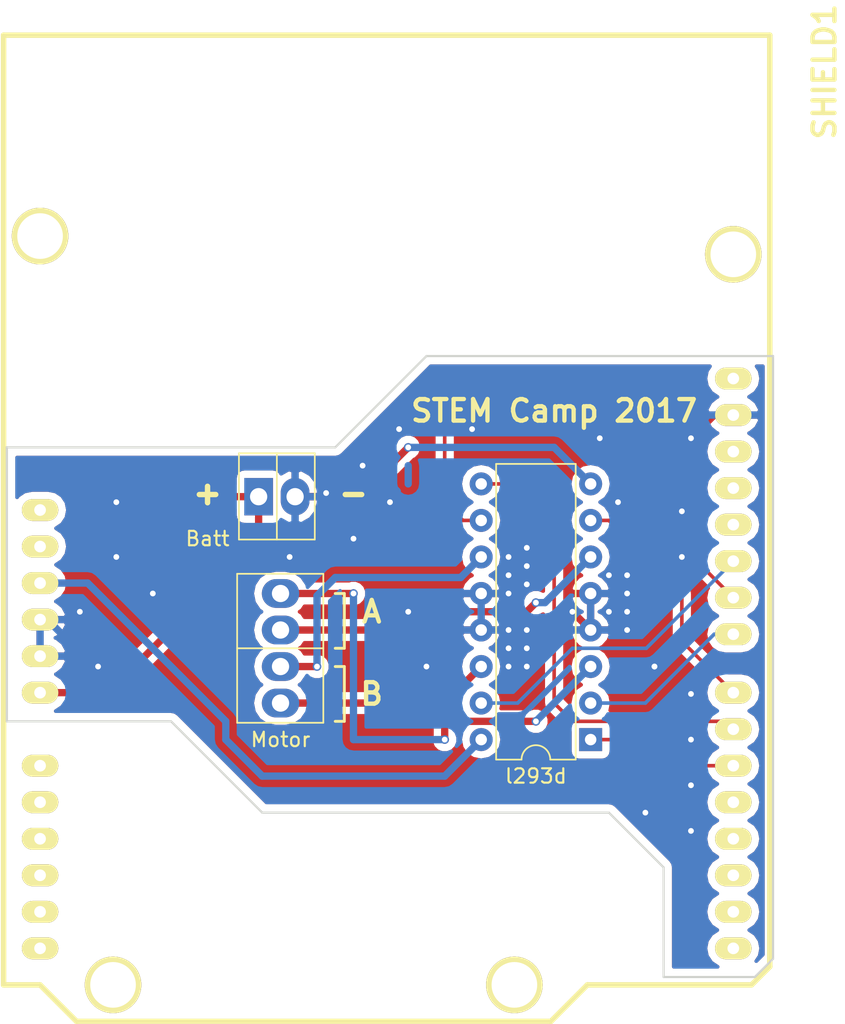
<source format=kicad_pcb>
(kicad_pcb (version 4) (host pcbnew 4.0.6)

  (general
    (links 20)
    (no_connects 0)
    (area 154.2614 49.295529 213.433 122.856601)
    (thickness 1.6)
    (drawings 26)
    (tracks 192)
    (zones 0)
    (modules 4)
    (nets 31)
  )

  (page A4)
  (layers
    (0 F.Cu signal)
    (31 B.Cu signal)
    (32 B.Adhes user)
    (33 F.Adhes user)
    (34 B.Paste user)
    (35 F.Paste user)
    (36 B.SilkS user)
    (37 F.SilkS user)
    (38 B.Mask user)
    (39 F.Mask user)
    (40 Dwgs.User user)
    (41 Cmts.User user)
    (42 Eco1.User user)
    (43 Eco2.User user)
    (44 Edge.Cuts user)
    (45 Margin user)
    (46 B.CrtYd user)
    (47 F.CrtYd user)
    (48 B.Fab user)
    (49 F.Fab user)
  )

  (setup
    (last_trace_width 0.25)
    (user_trace_width 0.508)
    (trace_clearance 0.2)
    (zone_clearance 0.508)
    (zone_45_only yes)
    (trace_min 0.2)
    (segment_width 0.2)
    (edge_width 0.15)
    (via_size 0.6)
    (via_drill 0.4)
    (via_min_size 0.4)
    (via_min_drill 0.3)
    (uvia_size 0.3)
    (uvia_drill 0.1)
    (uvias_allowed no)
    (uvia_min_size 0)
    (uvia_min_drill 0)
    (pcb_text_width 0.3)
    (pcb_text_size 1.5 1.5)
    (mod_edge_width 0.15)
    (mod_text_size 1 1)
    (mod_text_width 0.15)
    (pad_size 2.54 1.524)
    (pad_drill 0.8128)
    (pad_to_mask_clearance 0.2)
    (aux_axis_origin 0 0)
    (visible_elements FFFFFF7F)
    (pcbplotparams
      (layerselection 0x010f0_80000001)
      (usegerberextensions true)
      (excludeedgelayer true)
      (linewidth 0.100000)
      (plotframeref false)
      (viasonmask false)
      (mode 1)
      (useauxorigin false)
      (hpglpennumber 1)
      (hpglpenspeed 20)
      (hpglpendiameter 15)
      (hpglpenoverlay 2)
      (psnegative false)
      (psa4output false)
      (plotreference true)
      (plotvalue true)
      (plotinvisibletext false)
      (padsonsilk false)
      (subtractmaskfromsilk true)
      (outputformat 1)
      (mirror false)
      (drillshape 0)
      (scaleselection 1)
      (outputdirectory out/))
  )

  (net 0 "")
  (net 1 "Net-(SHIELD1-PadAD5)")
  (net 2 "Net-(SHIELD1-PadAD4)")
  (net 3 "Net-(SHIELD1-PadAD3)")
  (net 4 "Net-(SHIELD1-PadAD0)")
  (net 5 "Net-(SHIELD1-PadAD1)")
  (net 6 "Net-(SHIELD1-PadAD2)")
  (net 7 "Net-(SHIELD1-Pad3V3)")
  (net 8 "Net-(SHIELD1-PadRST)")
  (net 9 "Net-(SHIELD1-Pad0)")
  (net 10 "Net-(SHIELD1-Pad1)")
  (net 11 "Net-(SHIELD1-Pad2)")
  (net 12 "Net-(SHIELD1-Pad3)")
  (net 13 "Net-(SHIELD1-Pad4)")
  (net 14 "Net-(SHIELD1-Pad11)")
  (net 15 "Net-(SHIELD1-Pad12)")
  (net 16 "Net-(SHIELD1-Pad13)")
  (net 17 "Net-(SHIELD1-PadAREF)")
  (net 18 /OUT_1)
  (net 19 /OUT_2)
  (net 20 /OUT_4)
  (net 21 /OUT_3)
  (net 22 /1,2EN)
  (net 23 /3,4EN)
  (net 24 /IN2)
  (net 25 /IN1)
  (net 26 /IN3)
  (net 27 /IN4)
  (net 28 +5V)
  (net 29 GND)
  (net 30 VCC)

  (net_class Default "This is the default net class."
    (clearance 0.2)
    (trace_width 0.25)
    (via_dia 0.6)
    (via_drill 0.4)
    (uvia_dia 0.3)
    (uvia_drill 0.1)
    (add_net +5V)
    (add_net /1,2EN)
    (add_net /3,4EN)
    (add_net /IN1)
    (add_net /IN2)
    (add_net /IN3)
    (add_net /IN4)
    (add_net /OUT_1)
    (add_net /OUT_2)
    (add_net /OUT_3)
    (add_net /OUT_4)
    (add_net GND)
    (add_net "Net-(SHIELD1-Pad0)")
    (add_net "Net-(SHIELD1-Pad1)")
    (add_net "Net-(SHIELD1-Pad11)")
    (add_net "Net-(SHIELD1-Pad12)")
    (add_net "Net-(SHIELD1-Pad13)")
    (add_net "Net-(SHIELD1-Pad2)")
    (add_net "Net-(SHIELD1-Pad3)")
    (add_net "Net-(SHIELD1-Pad3V3)")
    (add_net "Net-(SHIELD1-Pad4)")
    (add_net "Net-(SHIELD1-PadAD0)")
    (add_net "Net-(SHIELD1-PadAD1)")
    (add_net "Net-(SHIELD1-PadAD2)")
    (add_net "Net-(SHIELD1-PadAD3)")
    (add_net "Net-(SHIELD1-PadAD4)")
    (add_net "Net-(SHIELD1-PadAD5)")
    (add_net "Net-(SHIELD1-PadAREF)")
    (add_net "Net-(SHIELD1-PadRST)")
    (add_net VCC)
  )

  (net_class Power ""
    (clearance 0.2)
    (trace_width 0.508)
    (via_dia 0.6)
    (via_drill 0.4)
    (uvia_dia 0.3)
    (uvia_drill 0.1)
  )

  (module "arduino_shields:ARDUINO SHIELD" (layer F.Cu) (tedit 59535DAD) (tstamp 593CF5BA)
    (at 154.7114 53.8861 270)
    (path /593CEAFA)
    (fp_text reference SHIELD1 (at 2.54 -57.15 270) (layer F.SilkS)
      (effects (font (thickness 0.3048)))
    )
    (fp_text value ARDUINO_SHIELD (at 5.08 -54.61 270) (layer F.SilkS) hide
      (effects (font (thickness 0.3048)))
    )
    (fp_line (start 66.04 -40.64) (end 66.04 -52.07) (layer F.SilkS) (width 0.381))
    (fp_line (start 66.04 -52.07) (end 64.77 -53.34) (layer F.SilkS) (width 0.381))
    (fp_line (start 64.77 -53.34) (end 0 -53.34) (layer F.SilkS) (width 0.381))
    (fp_line (start 66.04 0) (end 0 0) (layer F.SilkS) (width 0.381))
    (fp_line (start 0 0) (end 0 -53.34) (layer F.SilkS) (width 0.381))
    (fp_line (start 66.04 -40.64) (end 68.58 -38.1) (layer F.SilkS) (width 0.381))
    (fp_line (start 68.58 -38.1) (end 68.58 -5.08) (layer F.SilkS) (width 0.381))
    (fp_line (start 68.58 -5.08) (end 66.04 -2.54) (layer F.SilkS) (width 0.381))
    (fp_line (start 66.04 -2.54) (end 66.04 0) (layer F.SilkS) (width 0.381))
    (pad AD5 thru_hole oval (at 63.5 -2.54) (size 2.54 1.524) (drill 0.8128) (layers *.Cu *.Mask F.SilkS)
      (net 1 "Net-(SHIELD1-PadAD5)"))
    (pad AD4 thru_hole oval (at 60.96 -2.54) (size 2.54 1.524) (drill 0.8128) (layers *.Cu *.Mask F.SilkS)
      (net 2 "Net-(SHIELD1-PadAD4)"))
    (pad AD3 thru_hole oval (at 58.42 -2.54) (size 2.54 1.524) (drill 0.8128) (layers *.Cu *.Mask F.SilkS)
      (net 3 "Net-(SHIELD1-PadAD3)"))
    (pad AD0 thru_hole oval (at 50.8 -2.54) (size 2.54 1.524) (drill 0.8128) (layers *.Cu *.Mask F.SilkS)
      (net 4 "Net-(SHIELD1-PadAD0)"))
    (pad AD1 thru_hole oval (at 53.34 -2.54) (size 2.54 1.524) (drill 0.8128) (layers *.Cu *.Mask F.SilkS)
      (net 5 "Net-(SHIELD1-PadAD1)"))
    (pad AD2 thru_hole oval (at 55.88 -2.54) (size 2.54 1.524) (drill 0.8128) (layers *.Cu *.Mask F.SilkS)
      (net 6 "Net-(SHIELD1-PadAD2)"))
    (pad V_IN thru_hole oval (at 45.72 -2.54) (size 2.54 1.524) (drill 0.8128) (layers *.Cu *.Mask F.SilkS)
      (net 30 VCC))
    (pad GND2 thru_hole oval (at 43.18 -2.54) (size 2.54 1.524) (drill 0.8128) (layers *.Cu *.Mask F.SilkS)
      (net 29 GND))
    (pad GND1 thru_hole oval (at 40.64 -2.54) (size 2.54 1.524) (drill 0.8128) (layers *.Cu *.Mask F.SilkS)
      (net 29 GND))
    (pad 3V3 thru_hole oval (at 35.56 -2.54) (size 2.54 1.524) (drill 0.8128) (layers *.Cu *.Mask F.SilkS)
      (net 7 "Net-(SHIELD1-Pad3V3)"))
    (pad RST thru_hole oval (at 33.02 -2.54) (size 2.54 1.524) (drill 0.8128) (layers *.Cu *.Mask F.SilkS)
      (net 8 "Net-(SHIELD1-PadRST)"))
    (pad 0 thru_hole oval (at 63.5 -50.8) (size 2.54 1.524) (drill 0.8128) (layers *.Cu *.Mask F.SilkS)
      (net 9 "Net-(SHIELD1-Pad0)"))
    (pad 1 thru_hole oval (at 60.96 -50.8) (size 2.54 1.524) (drill 0.8128) (layers *.Cu *.Mask F.SilkS)
      (net 10 "Net-(SHIELD1-Pad1)"))
    (pad 2 thru_hole oval (at 58.42 -50.8) (size 2.54 1.524) (drill 0.8128) (layers *.Cu *.Mask F.SilkS)
      (net 11 "Net-(SHIELD1-Pad2)"))
    (pad 3 thru_hole oval (at 55.88 -50.8) (size 2.54 1.524) (drill 0.8128) (layers *.Cu *.Mask F.SilkS)
      (net 12 "Net-(SHIELD1-Pad3)"))
    (pad 4 thru_hole oval (at 53.34 -50.8) (size 2.54 1.524) (drill 0.8128) (layers *.Cu *.Mask F.SilkS)
      (net 13 "Net-(SHIELD1-Pad4)"))
    (pad 5 thru_hole oval (at 50.8 -50.8) (size 2.54 1.524) (drill 0.8128) (layers *.Cu *.Mask F.SilkS)
      (net 22 /1,2EN))
    (pad 6 thru_hole oval (at 48.26 -50.8) (size 2.54 1.524) (drill 0.8128) (layers *.Cu *.Mask F.SilkS)
      (net 23 /3,4EN))
    (pad 7 thru_hole oval (at 45.72 -50.8) (size 2.54 1.524) (drill 0.8128) (layers *.Cu *.Mask F.SilkS)
      (net 24 /IN2))
    (pad 8 thru_hole oval (at 41.656 -50.8) (size 2.54 1.524) (drill 0.8128) (layers *.Cu *.Mask F.SilkS)
      (net 25 /IN1))
    (pad 9 thru_hole oval (at 39.116 -50.8) (size 2.54 1.524) (drill 0.8128) (layers *.Cu *.Mask F.SilkS)
      (net 26 /IN3))
    (pad 10 thru_hole oval (at 36.576 -50.8) (size 2.54 1.524) (drill 0.8128) (layers *.Cu *.Mask F.SilkS)
      (net 27 /IN4))
    (pad 11 thru_hole oval (at 34.036 -50.8) (size 2.54 1.524) (drill 0.8128) (layers *.Cu *.Mask F.SilkS)
      (net 14 "Net-(SHIELD1-Pad11)"))
    (pad 12 thru_hole oval (at 31.496 -50.8) (size 2.54 1.524) (drill 0.8128) (layers *.Cu *.Mask F.SilkS)
      (net 15 "Net-(SHIELD1-Pad12)"))
    (pad 13 thru_hole oval (at 28.956 -50.8) (size 2.54 1.524) (drill 0.8128) (layers *.Cu *.Mask F.SilkS)
      (net 16 "Net-(SHIELD1-Pad13)"))
    (pad GND3 thru_hole oval (at 26.416 -50.8) (size 2.54 1.524) (drill 0.8128) (layers *.Cu *.Mask F.SilkS)
      (net 29 GND))
    (pad AREF thru_hole oval (at 23.876 -50.8) (size 2.54 1.524) (drill 0.8128) (layers *.Cu *.Mask F.SilkS)
      (net 17 "Net-(SHIELD1-PadAREF)"))
    (pad 5V thru_hole oval (at 38.1 -2.54) (size 2.54 1.524) (drill 0.8128) (layers *.Cu *.Mask F.SilkS)
      (net 28 +5V))
    (pad "" thru_hole circle (at 66.04 -7.62) (size 3.937 3.937) (drill 3.175) (layers *.Cu *.Mask F.SilkS))
    (pad "" thru_hole circle (at 66.04 -35.56) (size 3.937 3.937) (drill 3.175) (layers *.Cu *.Mask F.SilkS))
    (pad "" thru_hole circle (at 15.24 -50.8) (size 3.937 3.937) (drill 3.175) (layers *.Cu *.Mask F.SilkS))
    (pad "" thru_hole circle (at 13.97 -2.54) (size 3.937 3.937) (drill 3.175) (layers *.Cu *.Mask F.SilkS))
  )

  (module Housings_DIP:DIP-16_W7.62mm (layer F.Cu) (tedit 595496F3) (tstamp 593CF5CE)
    (at 195.58 102.87 180)
    (descr "16-lead dip package, row spacing 7.62 mm (300 mils)")
    (tags "DIL DIP PDIP 2.54mm 7.62mm 300mil")
    (path /593D9784)
    (fp_text reference U1 (at 3.81 -2.39 180) (layer F.SilkS) hide
      (effects (font (size 1 1) (thickness 0.15)))
    )
    (fp_text value l293d (at 3.81 20.17 180) (layer F.Fab)
      (effects (font (size 1 1) (thickness 0.15)))
    )
    (fp_text user %R (at 3.81 8.89 180) (layer F.Fab)
      (effects (font (size 1 1) (thickness 0.15)))
    )
    (fp_line (start 1.635 -1.27) (end 6.985 -1.27) (layer F.Fab) (width 0.1))
    (fp_line (start 6.985 -1.27) (end 6.985 19.05) (layer F.Fab) (width 0.1))
    (fp_line (start 6.985 19.05) (end 0.635 19.05) (layer F.Fab) (width 0.1))
    (fp_line (start 0.635 19.05) (end 0.635 -0.27) (layer F.Fab) (width 0.1))
    (fp_line (start 0.635 -0.27) (end 1.635 -1.27) (layer F.Fab) (width 0.1))
    (fp_line (start 2.81 -1.39) (end 1.04 -1.39) (layer F.SilkS) (width 0.12))
    (fp_line (start 1.04 -1.39) (end 1.04 19.17) (layer F.SilkS) (width 0.12))
    (fp_line (start 1.04 19.17) (end 6.58 19.17) (layer F.SilkS) (width 0.12))
    (fp_line (start 6.58 19.17) (end 6.58 -1.39) (layer F.SilkS) (width 0.12))
    (fp_line (start 6.58 -1.39) (end 4.81 -1.39) (layer F.SilkS) (width 0.12))
    (fp_line (start -1.1 -1.6) (end -1.1 19.3) (layer F.CrtYd) (width 0.05))
    (fp_line (start -1.1 19.3) (end 8.7 19.3) (layer F.CrtYd) (width 0.05))
    (fp_line (start 8.7 19.3) (end 8.7 -1.6) (layer F.CrtYd) (width 0.05))
    (fp_line (start 8.7 -1.6) (end -1.1 -1.6) (layer F.CrtYd) (width 0.05))
    (fp_arc (start 3.81 -1.39) (end 2.81 -1.39) (angle -180) (layer F.SilkS) (width 0.12))
    (pad 1 thru_hole rect (at 0 0 180) (size 1.6 1.6) (drill 0.8) (layers *.Cu *.Mask)
      (net 22 /1,2EN))
    (pad 9 thru_hole oval (at 7.62 17.78 180) (size 1.6 1.6) (drill 0.8) (layers *.Cu *.Mask)
      (net 23 /3,4EN))
    (pad 2 thru_hole oval (at 0 2.54 180) (size 1.6 1.6) (drill 0.8) (layers *.Cu *.Mask)
      (net 25 /IN1))
    (pad 10 thru_hole oval (at 7.62 15.24 180) (size 1.6 1.6) (drill 0.8) (layers *.Cu *.Mask)
      (net 26 /IN3))
    (pad 3 thru_hole oval (at 0 5.08 180) (size 1.6 1.6) (drill 0.8) (layers *.Cu *.Mask)
      (net 18 /OUT_1))
    (pad 11 thru_hole oval (at 7.62 12.7 180) (size 1.6 1.6) (drill 0.8) (layers *.Cu *.Mask)
      (net 21 /OUT_3))
    (pad 4 thru_hole oval (at 0 7.62 180) (size 1.6 1.6) (drill 0.8) (layers *.Cu *.Mask)
      (net 29 GND))
    (pad 12 thru_hole oval (at 7.62 10.16 180) (size 1.6 1.6) (drill 0.8) (layers *.Cu *.Mask)
      (net 29 GND))
    (pad 5 thru_hole oval (at 0 10.16 180) (size 1.6 1.6) (drill 0.8) (layers *.Cu *.Mask)
      (net 29 GND))
    (pad 13 thru_hole oval (at 7.62 7.62 180) (size 1.6 1.6) (drill 0.8) (layers *.Cu *.Mask)
      (net 29 GND))
    (pad 6 thru_hole oval (at 0 12.7 180) (size 1.6 1.6) (drill 0.8) (layers *.Cu *.Mask)
      (net 19 /OUT_2))
    (pad 14 thru_hole oval (at 7.62 5.08 180) (size 1.6 1.6) (drill 0.8) (layers *.Cu *.Mask)
      (net 20 /OUT_4))
    (pad 7 thru_hole oval (at 0 15.24 180) (size 1.6 1.6) (drill 0.8) (layers *.Cu *.Mask)
      (net 24 /IN2))
    (pad 15 thru_hole oval (at 7.62 2.54 180) (size 1.6 1.6) (drill 0.8) (layers *.Cu *.Mask)
      (net 27 /IN4))
    (pad 8 thru_hole oval (at 0 17.78 180) (size 1.6 1.6) (drill 0.8) (layers *.Cu *.Mask)
      (net 30 VCC))
    (pad 16 thru_hole oval (at 7.62 0 180) (size 1.6 1.6) (drill 0.8) (layers *.Cu *.Mask)
      (net 28 +5V))
    (model ${KISYS3DMOD}/Housings_DIP.3dshapes/DIP-16_W7.62mm.wrl
      (at (xyz 0 0 0))
      (scale (xyz 1 1 1))
      (rotate (xyz 0 0 0))
    )
  )

  (module l293d-shield:Molex_KK-6410-04_04x2.54mm_Straight (layer F.Cu) (tedit 59549751) (tstamp 5955F852)
    (at 173.99 100.33 90)
    (descr "Connector Headers with Friction Lock, 22-27-2041, http://www.molex.com/pdm_docs/sd/022272021_sd.pdf")
    (tags "connector molex kk_6410 22-27-2041")
    (path /59509D89)
    (fp_text reference J1 (at -2.54 2.54 180) (layer F.SilkS) hide
      (effects (font (size 1 1) (thickness 0.15)))
    )
    (fp_text value CONN_01X04 (at 3.81 4.5 90) (layer F.Fab) hide
      (effects (font (size 1 1) (thickness 0.15)))
    )
    (fp_line (start 3.81 -3.02) (end 3.81 2.98) (layer F.SilkS) (width 0.12))
    (fp_line (start -1.37 -3.02) (end -1.37 2.98) (layer F.SilkS) (width 0.12))
    (fp_line (start -1.37 2.98) (end 8.99 2.98) (layer F.SilkS) (width 0.12))
    (fp_line (start 8.99 2.98) (end 8.99 -3.02) (layer F.SilkS) (width 0.12))
    (fp_line (start 8.99 -3.02) (end -1.37 -3.02) (layer F.SilkS) (width 0.12))
    (fp_line (start -1.9 3.5) (end -1.9 -3.55) (layer F.CrtYd) (width 0.05))
    (fp_line (start -1.9 -3.55) (end 9.5 -3.55) (layer F.CrtYd) (width 0.05))
    (fp_line (start 9.5 -3.55) (end 9.5 3.5) (layer F.CrtYd) (width 0.05))
    (fp_line (start 9.5 3.5) (end -1.9 3.5) (layer F.CrtYd) (width 0.05))
    (pad 1 thru_hole oval (at 0 0 90) (size 2 2.6) (drill 1.2) (layers *.Cu *.Mask)
      (net 20 /OUT_4))
    (pad 2 thru_hole oval (at 2.54 0 90) (size 2 2.6) (drill 1.2) (layers *.Cu *.Mask)
      (net 21 /OUT_3))
    (pad 3 thru_hole oval (at 5.08 0 90) (size 2 2.6) (drill 1.2) (layers *.Cu *.Mask)
      (net 19 /OUT_2))
    (pad 4 thru_hole oval (at 7.62 0 90) (size 2 2.6) (drill 1.2) (layers *.Cu *.Mask)
      (net 18 /OUT_1))
  )

  (module l293d-shield:Molex_KK-6410-02_02x2.54mm_Straight (layer F.Cu) (tedit 59549736) (tstamp 5955F80A)
    (at 172.466 85.979)
    (descr "Connector Headers with Friction Lock, 22-27-2021, http://www.molex.com/pdm_docs/sd/022272021_sd.pdf")
    (tags "connector molex kk_6410 22-27-2021")
    (path /595350F0)
    (fp_text reference J2 (at 5.334 3.556) (layer F.SilkS) hide
      (effects (font (size 1 1) (thickness 0.15)))
    )
    (fp_text value CONN_01X02 (at 1.27 4.5) (layer F.Fab) hide
      (effects (font (size 1 1) (thickness 0.15)))
    )
    (fp_line (start 1.27 -3.02) (end 1.27 2.98) (layer F.SilkS) (width 0.12))
    (fp_line (start -1.37 -3.02) (end -1.37 2.98) (layer F.SilkS) (width 0.12))
    (fp_line (start -1.37 2.98) (end 3.91 2.98) (layer F.SilkS) (width 0.12))
    (fp_line (start 3.91 2.98) (end 3.91 -3.02) (layer F.SilkS) (width 0.12))
    (fp_line (start 3.91 -3.02) (end -1.37 -3.02) (layer F.SilkS) (width 0.12))
    (fp_line (start -1.9 3.5) (end -1.9 -3.55) (layer F.CrtYd) (width 0.05))
    (fp_line (start -1.9 -3.55) (end 4.45 -3.55) (layer F.CrtYd) (width 0.05))
    (fp_line (start 4.45 -3.55) (end 4.45 3.5) (layer F.CrtYd) (width 0.05))
    (fp_line (start 4.45 3.5) (end -1.9 3.5) (layer F.CrtYd) (width 0.05))
    (pad 1 thru_hole rect (at 0 0) (size 2 2.6) (drill 1.2) (layers *.Cu *.Mask)
      (net 30 VCC))
    (pad 2 thru_hole oval (at 2.54 0) (size 2 2.6) (drill 1.2) (layers *.Cu *.Mask)
      (net 29 GND))
  )

  (gr_text Motor (at 173.99 102.87) (layer F.SilkS) (tstamp 59549762)
    (effects (font (size 1 1) (thickness 0.15)))
  )
  (gr_text Batt (at 168.91 88.9) (layer F.SilkS) (tstamp 59549749)
    (effects (font (size 1 1) (thickness 0.15)))
  )
  (gr_text l293d (at 191.77 105.41) (layer F.SilkS)
    (effects (font (size 1 1) (thickness 0.15)))
  )
  (gr_text - (at 179.07 85.725) (layer F.SilkS)
    (effects (font (size 1.5 1.5) (thickness 0.375)))
  )
  (gr_line (start 178.435 92.71) (end 177.8 92.71) (layer F.SilkS) (width 0.2) (tstamp 5955FB44))
  (gr_line (start 178.435 92.71) (end 178.435 96.52) (layer F.SilkS) (width 0.2) (tstamp 5955FB43))
  (gr_line (start 178.435 96.52) (end 177.8 96.52) (layer F.SilkS) (width 0.2) (tstamp 5955FB42))
  (gr_line (start 178.435 101.6) (end 177.8 101.6) (layer F.SilkS) (width 0.2))
  (gr_line (start 178.435 97.79) (end 177.8 97.79) (layer F.SilkS) (width 0.2))
  (gr_line (start 178.435 97.79) (end 178.435 101.6) (layer F.SilkS) (width 0.2))
  (gr_text "B\n" (at 180.34 99.695) (layer F.SilkS)
    (effects (font (size 1.5 1.5) (thickness 0.3)))
  )
  (gr_text A (at 180.34 93.98) (layer F.SilkS)
    (effects (font (size 1.5 1.5) (thickness 0.3)))
  )
  (gr_text + (at 168.91 85.725) (layer F.SilkS)
    (effects (font (size 1.5 1.5) (thickness 0.375)))
  )
  (gr_text "STEM Camp 2017" (at 193.04 80.01) (layer F.SilkS)
    (effects (font (size 1.5 1.5) (thickness 0.3)))
  )
  (gr_line (start 154.94 82.55) (end 154.94 101.6) (angle 90) (layer Edge.Cuts) (width 0.15))
  (gr_line (start 177.8 82.55) (end 154.94 82.55) (angle 90) (layer Edge.Cuts) (width 0.15))
  (gr_line (start 184.15 76.2) (end 177.8 82.55) (angle 90) (layer Edge.Cuts) (width 0.15))
  (gr_line (start 208.28 76.2) (end 184.15 76.2) (angle 90) (layer Edge.Cuts) (width 0.15))
  (gr_line (start 208.28 118.11) (end 208.28 76.2) (angle 90) (layer Edge.Cuts) (width 0.15))
  (gr_line (start 207.01 119.38) (end 208.28 118.11) (angle 90) (layer Edge.Cuts) (width 0.15))
  (gr_line (start 200.66 119.38) (end 207.01 119.38) (angle 90) (layer Edge.Cuts) (width 0.15))
  (gr_line (start 200.66 111.76) (end 200.66 119.38) (angle 90) (layer Edge.Cuts) (width 0.15))
  (gr_line (start 196.85 107.95) (end 200.66 111.76) (angle 90) (layer Edge.Cuts) (width 0.15))
  (gr_line (start 172.72 107.95) (end 196.85 107.95) (angle 90) (layer Edge.Cuts) (width 0.15))
  (gr_line (start 166.37 101.6) (end 172.72 107.95) (angle 90) (layer Edge.Cuts) (width 0.15))
  (gr_line (start 154.94 101.6) (end 166.37 101.6) (angle 90) (layer Edge.Cuts) (width 0.15))

  (segment (start 182.88 83.82) (end 182.88 85.09) (width 0.508) (layer B.Cu) (net 0))
  (segment (start 185.42 102.87) (end 185.42 101.6) (width 0.508) (layer F.Cu) (net 18))
  (segment (start 195.58 97.79) (end 191.77 101.6) (width 0.508) (layer B.Cu) (net 18))
  (segment (start 185.42 101.6) (end 191.77 101.6) (width 0.508) (layer F.Cu) (net 18))
  (segment (start 179.07 102.87) (end 185.42 102.87) (width 0.508) (layer B.Cu) (net 18))
  (segment (start 179.07 92.71) (end 179.07 102.87) (width 0.508) (layer B.Cu) (net 18))
  (via (at 179.07 92.71) (size 0.6) (drill 0.4) (layers F.Cu B.Cu) (net 18))
  (segment (start 173.99 92.71) (end 179.07 92.71) (width 0.508) (layer F.Cu) (net 18))
  (via (at 191.77 101.6) (size 0.6) (drill 0.4) (layers F.Cu B.Cu) (net 18))
  (segment (start 179.07 102.87) (end 179.07 100.33) (width 0.25) (layer B.Cu) (net 18))
  (segment (start 179.07 100.33) (end 179.07 97.79) (width 0.25) (layer B.Cu) (net 18))
  (via (at 185.42 102.87) (size 0.6) (drill 0.4) (layers F.Cu B.Cu) (net 18))
  (segment (start 173.99 92.71) (end 174.29 92.71) (width 0.25) (layer F.Cu) (net 18))
  (segment (start 191.135 93.98) (end 191.77 93.345) (width 0.508) (layer F.Cu) (net 19))
  (via (at 191.77 93.345) (size 0.6) (drill 0.4) (layers F.Cu B.Cu) (net 19))
  (segment (start 191.135 93.98) (end 185.42 93.98) (width 0.508) (layer F.Cu) (net 19))
  (segment (start 185.42 93.98) (end 184.15 95.25) (width 0.508) (layer F.Cu) (net 19))
  (segment (start 184.15 95.25) (end 173.99 95.25) (width 0.508) (layer F.Cu) (net 19))
  (segment (start 192.405 93.345) (end 191.77 93.345) (width 0.508) (layer B.Cu) (net 19))
  (segment (start 195.58 90.17) (end 192.405 93.345) (width 0.508) (layer B.Cu) (net 19))
  (segment (start 187.96 97.79) (end 185.42 100.33) (width 0.508) (layer F.Cu) (net 20))
  (segment (start 173.99 100.33) (end 175.798 100.33) (width 0.508) (layer F.Cu) (net 20))
  (segment (start 175.798 100.33) (end 185.42 100.33) (width 0.508) (layer F.Cu) (net 20))
  (segment (start 176.53 97.79) (end 173.99 97.79) (width 0.508) (layer F.Cu) (net 21))
  (segment (start 176.53 92.87) (end 176.53 97.79) (width 0.508) (layer B.Cu) (net 21))
  (segment (start 177.8 91.6) (end 186.53 91.6) (width 0.508) (layer B.Cu) (net 21))
  (segment (start 186.53 91.6) (end 187.96 90.17) (width 0.508) (layer B.Cu) (net 21))
  (segment (start 176.53 92.87) (end 177.8 91.6) (width 0.508) (layer B.Cu) (net 21))
  (via (at 176.53 97.79) (size 0.6) (drill 0.4) (layers F.Cu B.Cu) (net 21))
  (segment (start 173.99 97.79) (end 174.29 97.79) (width 0.25) (layer B.Cu) (net 21))
  (segment (start 195.58 102.87) (end 200.66 102.87) (width 0.25) (layer F.Cu) (net 22))
  (segment (start 200.66 102.87) (end 202.4761 104.6861) (width 0.25) (layer F.Cu) (net 22) (tstamp 593D4713))
  (segment (start 202.4761 104.6861) (end 205.5114 104.6861) (width 0.25) (layer F.Cu) (net 22) (tstamp 593D4715))
  (segment (start 187.96 85.09) (end 190.5 85.09) (width 0.25) (layer F.Cu) (net 23))
  (segment (start 194.31 101.6) (end 204.9653 101.6) (width 0.25) (layer F.Cu) (net 23) (tstamp 593D470E))
  (segment (start 193.04 100.33) (end 194.31 101.6) (width 0.25) (layer F.Cu) (net 23) (tstamp 593D470C))
  (segment (start 193.04 87.63) (end 193.04 100.33) (width 0.25) (layer F.Cu) (net 23) (tstamp 593D470A))
  (segment (start 190.5 85.09) (end 193.04 87.63) (width 0.25) (layer F.Cu) (net 23) (tstamp 593D4708))
  (segment (start 204.9653 101.6) (end 205.5114 102.1461) (width 0.25) (layer F.Cu) (net 23) (tstamp 593D4710))
  (segment (start 195.58 87.63) (end 196.85 87.63) (width 0.25) (layer F.Cu) (net 24))
  (segment (start 201.93 96.0247) (end 205.5114 99.6061) (width 0.25) (layer F.Cu) (net 24) (tstamp 593D4947))
  (segment (start 201.93 92.71) (end 201.93 96.0247) (width 0.25) (layer F.Cu) (net 24) (tstamp 593D4945))
  (segment (start 196.85 87.63) (end 201.93 92.71) (width 0.25) (layer F.Cu) (net 24) (tstamp 593D4943))
  (segment (start 195.58 100.33) (end 199.39 100.33) (width 0.25) (layer B.Cu) (net 25))
  (segment (start 204.1779 95.5421) (end 205.5114 95.5421) (width 0.25) (layer B.Cu) (net 25) (tstamp 593D4933))
  (segment (start 199.39 100.33) (end 204.1779 95.5421) (width 0.25) (layer B.Cu) (net 25) (tstamp 593D4931))
  (segment (start 187.96 87.63) (end 186.69 87.63) (width 0.25) (layer F.Cu) (net 26))
  (segment (start 203.2 90.6907) (end 205.5114 93.0021) (width 0.25) (layer F.Cu) (net 26) (tstamp 593D495E))
  (segment (start 203.2 86.36) (end 203.2 90.6907) (width 0.25) (layer F.Cu) (net 26) (tstamp 593D495C))
  (segment (start 196.85 80.01) (end 203.2 86.36) (width 0.25) (layer F.Cu) (net 26) (tstamp 593D495A))
  (segment (start 186.69 80.01) (end 196.85 80.01) (width 0.25) (layer F.Cu) (net 26) (tstamp 593D4958))
  (segment (start 185.42 81.28) (end 186.69 80.01) (width 0.25) (layer F.Cu) (net 26) (tstamp 593D4956))
  (segment (start 185.42 86.36) (end 185.42 81.28) (width 0.25) (layer F.Cu) (net 26) (tstamp 593D4954))
  (segment (start 186.69 87.63) (end 185.42 86.36) (width 0.25) (layer F.Cu) (net 26) (tstamp 593D4952))
  (segment (start 187.96 100.33) (end 190.5 100.33) (width 0.25) (layer B.Cu) (net 27))
  (segment (start 199.4535 96.52) (end 205.5114 90.4621) (width 0.25) (layer B.Cu) (net 27) (tstamp 593D493F))
  (segment (start 194.31 96.52) (end 199.4535 96.52) (width 0.25) (layer B.Cu) (net 27) (tstamp 593D493D))
  (segment (start 190.5 100.33) (end 194.31 96.52) (width 0.25) (layer B.Cu) (net 27) (tstamp 593D493B))
  (segment (start 172.72 105.41) (end 185.42 105.41) (width 0.508) (layer B.Cu) (net 28))
  (segment (start 185.42 105.41) (end 187.96 102.87) (width 0.508) (layer B.Cu) (net 28))
  (segment (start 170.18 102.87) (end 172.72 105.41) (width 0.508) (layer B.Cu) (net 28))
  (segment (start 170.18 101.6) (end 170.18 102.87) (width 0.508) (layer B.Cu) (net 28))
  (segment (start 160.5661 91.9861) (end 170.18 101.6) (width 0.508) (layer B.Cu) (net 28))
  (segment (start 157.2514 91.9861) (end 160.5661 91.9861) (width 0.508) (layer B.Cu) (net 28))
  (segment (start 181.61 86.36) (end 181.61 85.09) (width 0.508) (layer B.Cu) (net 29))
  (segment (start 181.61 85.09) (end 182.11799 85.59799) (width 0.508) (layer B.Cu) (net 29))
  (segment (start 179.07 88.9) (end 181.61 86.36) (width 0.508) (layer F.Cu) (net 29))
  (via (at 181.61 86.36) (size 0.6) (drill 0.4) (layers F.Cu B.Cu) (net 29))
  (segment (start 179.705 83.82) (end 179.705 88.265) (width 0.508) (layer B.Cu) (net 29))
  (segment (start 179.705 88.265) (end 179.07 88.9) (width 0.508) (layer B.Cu) (net 29))
  (via (at 179.07 88.9) (size 0.6) (drill 0.4) (layers F.Cu B.Cu) (net 29))
  (segment (start 184.15 97.79) (end 184.15 95.25) (width 0.508) (layer B.Cu) (net 29))
  (segment (start 184.15 95.25) (end 182.88 93.98) (width 0.508) (layer B.Cu) (net 29))
  (via (at 182.88 93.98) (size 0.6) (drill 0.4) (layers F.Cu B.Cu) (net 29))
  (segment (start 187.96 95.25) (end 186.69 95.25) (width 0.508) (layer F.Cu) (net 29))
  (segment (start 186.69 95.25) (end 184.15 97.79) (width 0.508) (layer F.Cu) (net 29))
  (via (at 184.15 97.79) (size 0.6) (drill 0.4) (layers F.Cu B.Cu) (net 29))
  (segment (start 162.56 90.17) (end 162.56 86.36) (width 0.508) (layer F.Cu) (net 29))
  (via (at 162.56 86.36) (size 0.6) (drill 0.4) (layers F.Cu B.Cu) (net 29))
  (segment (start 165.1 92.71) (end 162.56 90.17) (width 0.508) (layer B.Cu) (net 29))
  (via (at 162.56 90.17) (size 0.6) (drill 0.4) (layers F.Cu B.Cu) (net 29))
  (segment (start 161.29 97.79) (end 161.29 96.52) (width 0.508) (layer F.Cu) (net 29))
  (segment (start 161.29 96.52) (end 165.1 92.71) (width 0.508) (layer F.Cu) (net 29))
  (via (at 165.1 92.71) (size 0.6) (drill 0.4) (layers F.Cu B.Cu) (net 29))
  (segment (start 157.2514 94.5261) (end 157.7594 94.5261) (width 0.508) (layer B.Cu) (net 29))
  (segment (start 157.7594 94.5261) (end 161.0233 97.79) (width 0.508) (layer B.Cu) (net 29))
  (segment (start 161.0233 97.79) (end 161.29 97.79) (width 0.508) (layer B.Cu) (net 29))
  (via (at 161.29 97.79) (size 0.6) (drill 0.4) (layers F.Cu B.Cu) (net 29))
  (via (at 179.705 83.82) (size 0.6) (drill 0.4) (layers F.Cu B.Cu) (net 29))
  (segment (start 179.705 83.82) (end 182.245 81.28) (width 0.508) (layer F.Cu) (net 29))
  (via (at 182.245 81.28) (size 0.6) (drill 0.4) (layers F.Cu B.Cu) (net 29))
  (segment (start 187.325 81.28) (end 182.245 81.28) (width 0.508) (layer B.Cu) (net 29))
  (segment (start 182.245 81.28) (end 179.705 83.82) (width 0.508) (layer B.Cu) (net 29))
  (segment (start 196.215 81.915) (end 195.58 81.28) (width 0.508) (layer B.Cu) (net 29))
  (segment (start 195.58 81.28) (end 187.325 81.28) (width 0.508) (layer B.Cu) (net 29))
  (via (at 187.325 81.28) (size 0.6) (drill 0.4) (layers F.Cu B.Cu) (net 29))
  (segment (start 201.93 90.17) (end 201.295 90.17) (width 0.508) (layer F.Cu) (net 29))
  (segment (start 201.295 90.17) (end 197.485 86.36) (width 0.508) (layer F.Cu) (net 29))
  (via (at 197.485 86.36) (size 0.6) (drill 0.4) (layers F.Cu B.Cu) (net 29))
  (segment (start 201.93 86.995) (end 201.93 90.17) (width 0.508) (layer B.Cu) (net 29))
  (via (at 201.93 90.17) (size 0.6) (drill 0.4) (layers F.Cu B.Cu) (net 29))
  (segment (start 196.85 81.915) (end 201.93 86.995) (width 0.508) (layer F.Cu) (net 29))
  (via (at 201.93 86.995) (size 0.6) (drill 0.4) (layers F.Cu B.Cu) (net 29))
  (segment (start 196.215 81.915) (end 196.85 81.915) (width 0.508) (layer F.Cu) (net 29))
  (segment (start 202.565 81.915) (end 196.215 81.915) (width 0.508) (layer B.Cu) (net 29))
  (via (at 196.215 81.915) (size 0.6) (drill 0.4) (layers F.Cu B.Cu) (net 29))
  (segment (start 205.5114 80.3021) (end 204.1779 80.3021) (width 0.508) (layer F.Cu) (net 29))
  (segment (start 204.1779 80.3021) (end 202.565 81.915) (width 0.508) (layer F.Cu) (net 29))
  (via (at 202.565 81.915) (size 0.6) (drill 0.4) (layers F.Cu B.Cu) (net 29))
  (via (at 200.025 97.79) (size 0.6) (drill 0.4) (layers F.Cu B.Cu) (net 29))
  (segment (start 202.565 99.695) (end 201.93 99.695) (width 0.508) (layer F.Cu) (net 29))
  (segment (start 201.93 99.695) (end 200.025 97.79) (width 0.508) (layer F.Cu) (net 29))
  (via (at 200.025 97.79) (size 0.6) (drill 0.4) (layers F.Cu B.Cu) (net 29))
  (segment (start 202.565 99.695) (end 202.565 102.87) (width 0.508) (layer B.Cu) (net 29))
  (segment (start 202.565 106.045) (end 202.565 102.87) (width 0.508) (layer B.Cu) (net 29))
  (via (at 202.565 102.87) (size 0.6) (drill 0.4) (layers F.Cu B.Cu) (net 29))
  (segment (start 202.565 109.22) (end 200.66 109.22) (width 0.508) (layer B.Cu) (net 29))
  (segment (start 200.66 109.22) (end 199.39 107.95) (width 0.508) (layer B.Cu) (net 29))
  (via (at 199.39 107.95) (size 0.6) (drill 0.4) (layers F.Cu B.Cu) (net 29))
  (segment (start 202.565 109.22) (end 200.025 109.22) (width 0.508) (layer B.Cu) (net 29))
  (segment (start 202.565 106.045) (end 202.565 109.22) (width 0.508) (layer F.Cu) (net 29))
  (via (at 202.565 109.22) (size 0.6) (drill 0.4) (layers F.Cu B.Cu) (net 29))
  (via (at 202.565 106.045) (size 0.6) (drill 0.4) (layers F.Cu B.Cu) (net 29))
  (segment (start 198.12 95.25) (end 202.565 99.695) (width 0.508) (layer F.Cu) (net 29))
  (via (at 202.565 99.695) (size 0.6) (drill 0.4) (layers F.Cu B.Cu) (net 29))
  (segment (start 189.865 90.17) (end 190.5 90.17) (width 0.508) (layer B.Cu) (net 29))
  (segment (start 190.5 90.17) (end 191.135 89.535) (width 0.508) (layer B.Cu) (net 29))
  (via (at 191.135 89.535) (size 0.6) (drill 0.4) (layers F.Cu B.Cu) (net 29))
  (segment (start 191.135 90.805) (end 190.5 90.805) (width 0.508) (layer F.Cu) (net 29))
  (segment (start 190.5 90.805) (end 189.865 90.17) (width 0.508) (layer F.Cu) (net 29))
  (via (at 189.865 90.17) (size 0.6) (drill 0.4) (layers F.Cu B.Cu) (net 29))
  (segment (start 189.865 91.44) (end 190.5 91.44) (width 0.508) (layer B.Cu) (net 29))
  (segment (start 190.5 91.44) (end 191.135 90.805) (width 0.508) (layer B.Cu) (net 29))
  (via (at 191.135 90.805) (size 0.6) (drill 0.4) (layers F.Cu B.Cu) (net 29))
  (segment (start 191.135 92.075) (end 190.5 92.075) (width 0.508) (layer F.Cu) (net 29))
  (segment (start 190.5 92.075) (end 189.865 91.44) (width 0.508) (layer F.Cu) (net 29))
  (via (at 189.865 91.44) (size 0.6) (drill 0.4) (layers F.Cu B.Cu) (net 29))
  (segment (start 189.865 92.71) (end 190.5 92.71) (width 0.508) (layer B.Cu) (net 29))
  (segment (start 190.5 92.71) (end 191.135 92.075) (width 0.508) (layer B.Cu) (net 29))
  (via (at 191.135 92.075) (size 0.6) (drill 0.4) (layers F.Cu B.Cu) (net 29))
  (segment (start 187.96 92.71) (end 189.865 92.71) (width 0.508) (layer F.Cu) (net 29))
  (via (at 189.865 92.71) (size 0.6) (drill 0.4) (layers F.Cu B.Cu) (net 29))
  (segment (start 196.85 91.44) (end 198.12 91.44) (width 0.508) (layer B.Cu) (net 29))
  (via (at 198.12 91.44) (size 0.6) (drill 0.4) (layers F.Cu B.Cu) (net 29))
  (segment (start 198.12 92.71) (end 197.485 92.075) (width 0.508) (layer B.Cu) (net 29))
  (segment (start 197.485 92.075) (end 196.85 91.44) (width 0.508) (layer B.Cu) (net 29))
  (via (at 196.85 91.44) (size 0.6) (drill 0.4) (layers F.Cu B.Cu) (net 29))
  (segment (start 196.85 93.98) (end 198.12 92.71) (width 0.508) (layer F.Cu) (net 29))
  (via (at 198.12 92.71) (size 0.6) (drill 0.4) (layers F.Cu B.Cu) (net 29))
  (segment (start 198.12 93.98) (end 196.85 93.98) (width 0.508) (layer B.Cu) (net 29))
  (via (at 196.85 93.98) (size 0.6) (drill 0.4) (layers F.Cu B.Cu) (net 29))
  (segment (start 198.12 95.25) (end 198.12 93.98) (width 0.508) (layer F.Cu) (net 29))
  (via (at 198.12 93.98) (size 0.6) (drill 0.4) (layers F.Cu B.Cu) (net 29))
  (via (at 198.12 95.25) (size 0.6) (drill 0.4) (layers F.Cu B.Cu) (net 29))
  (segment (start 195.58 95.25) (end 198.12 95.25) (width 0.508) (layer F.Cu) (net 29))
  (segment (start 195.58 95.25) (end 194.31 93.98) (width 0.508) (layer F.Cu) (net 29))
  (via (at 194.31 93.98) (size 0.6) (drill 0.4) (layers F.Cu B.Cu) (net 29))
  (segment (start 189.865 97.79) (end 191.135 97.79) (width 0.508) (layer B.Cu) (net 29))
  (via (at 191.135 97.79) (size 0.6) (drill 0.4) (layers F.Cu B.Cu) (net 29))
  (segment (start 189.865 96.52) (end 189.865 97.79) (width 0.508) (layer F.Cu) (net 29))
  (via (at 189.865 97.79) (size 0.6) (drill 0.4) (layers F.Cu B.Cu) (net 29))
  (segment (start 191.135 96.52) (end 189.865 96.52) (width 0.508) (layer B.Cu) (net 29))
  (via (at 189.865 96.52) (size 0.6) (drill 0.4) (layers F.Cu B.Cu) (net 29))
  (segment (start 191.135 95.25) (end 191.135 96.52) (width 0.508) (layer F.Cu) (net 29))
  (via (at 191.135 96.52) (size 0.6) (drill 0.4) (layers F.Cu B.Cu) (net 29))
  (segment (start 189.865 95.25) (end 191.135 95.25) (width 0.508) (layer B.Cu) (net 29))
  (via (at 191.135 95.25) (size 0.6) (drill 0.4) (layers F.Cu B.Cu) (net 29))
  (segment (start 187.96 95.25) (end 189.865 95.25) (width 0.508) (layer F.Cu) (net 29))
  (via (at 189.865 95.25) (size 0.6) (drill 0.4) (layers F.Cu B.Cu) (net 29))
  (segment (start 175.006 85.979) (end 175.006 89.789) (width 0.508) (layer B.Cu) (net 29))
  (segment (start 175.006 89.789) (end 174.625 90.17) (width 0.508) (layer B.Cu) (net 29))
  (via (at 174.625 90.17) (size 0.6) (drill 0.4) (layers F.Cu B.Cu) (net 29))
  (segment (start 175.006 85.979) (end 176.911 85.979) (width 0.508) (layer F.Cu) (net 29))
  (segment (start 176.911 85.979) (end 177.165 85.725) (width 0.508) (layer F.Cu) (net 29))
  (via (at 177.165 85.725) (size 0.6) (drill 0.4) (layers F.Cu B.Cu) (net 29))
  (segment (start 157.2514 94.5261) (end 159.4739 94.5261) (width 0.25) (layer B.Cu) (net 29))
  (segment (start 159.4739 94.5261) (end 160.02 93.98) (width 0.25) (layer B.Cu) (net 29))
  (via (at 160.02 93.98) (size 0.6) (drill 0.4) (layers F.Cu B.Cu) (net 29))
  (segment (start 172.466 85.979) (end 166.751 85.979) (width 0.508) (layer F.Cu) (net 30))
  (segment (start 166.751 85.979) (end 166.37 86.36) (width 0.508) (layer F.Cu) (net 30))
  (segment (start 166.37 95.25) (end 162.0139 99.6061) (width 0.508) (layer F.Cu) (net 30))
  (segment (start 166.37 86.36) (end 166.37 95.25) (width 0.508) (layer F.Cu) (net 30))
  (segment (start 162.0139 99.6061) (end 157.2514 99.6061) (width 0.508) (layer F.Cu) (net 30))
  (segment (start 172.466 88.646) (end 176.784 88.646) (width 0.508) (layer F.Cu) (net 30))
  (segment (start 176.784 88.646) (end 180.34 85.09) (width 0.508) (layer F.Cu) (net 30))
  (segment (start 172.466 85.979) (end 172.466 88.646) (width 0.508) (layer F.Cu) (net 30))
  (segment (start 182.88 82.55) (end 180.34 85.09) (width 0.508) (layer F.Cu) (net 30))
  (segment (start 184.15 82.55) (end 182.88 82.55) (width 0.508) (layer B.Cu) (net 30))
  (segment (start 193.04 82.55) (end 195.58 85.09) (width 0.508) (layer B.Cu) (net 30))
  (segment (start 184.15 82.55) (end 193.04 82.55) (width 0.508) (layer B.Cu) (net 30))
  (via (at 182.88 82.55) (size 0.6) (drill 0.4) (layers F.Cu B.Cu) (net 30))
  (segment (start 157.2514 99.6061) (end 157.7594 99.6061) (width 0.508) (layer F.Cu) (net 30))

  (zone (net 29) (net_name GND) (layer F.Cu) (tstamp 593DB86E) (hatch edge 0.508)
    (connect_pads thru_hole_only (clearance 0.508))
    (min_thickness 0.254)
    (fill yes (arc_segments 16) (thermal_gap 0.508) (thermal_bridge_width 0.508) (smoothing chamfer))
    (polygon
      (pts
        (xy 208.28 118.11) (xy 207.01 119.38) (xy 200.66 119.38) (xy 200.66 111.76) (xy 196.85 107.95)
        (xy 172.72 107.95) (xy 166.37 101.6) (xy 154.94 101.6) (xy 154.94 82.55) (xy 177.8 82.55)
        (xy 184.15 76.2) (xy 208.28 76.2)
      )
    )
    (filled_polygon
      (pts
        (xy 203.675419 77.227491) (xy 203.569079 77.7621) (xy 203.675419 78.296709) (xy 203.978251 78.749928) (xy 204.414513 79.04143)
        (xy 204.351459 79.060041) (xy 203.92577 79.404074) (xy 203.66414 79.884823) (xy 203.64918 79.95903) (xy 203.77168 80.1751)
        (xy 205.3844 80.1751) (xy 205.3844 80.1551) (xy 205.6384 80.1551) (xy 205.6384 80.1751) (xy 207.25112 80.1751)
        (xy 207.37362 79.95903) (xy 207.35866 79.884823) (xy 207.09703 79.404074) (xy 206.671341 79.060041) (xy 206.608287 79.04143)
        (xy 207.044549 78.749928) (xy 207.347381 78.296709) (xy 207.453721 77.7621) (xy 207.347381 77.227491) (xy 207.13524 76.91)
        (xy 207.57 76.91) (xy 207.57 117.815908) (xy 207.110133 118.275775) (xy 207.347381 117.920709) (xy 207.453721 117.3861)
        (xy 207.347381 116.851491) (xy 207.044549 116.398272) (xy 206.62225 116.1161) (xy 207.044549 115.833928) (xy 207.347381 115.380709)
        (xy 207.453721 114.8461) (xy 207.347381 114.311491) (xy 207.044549 113.858272) (xy 206.62225 113.5761) (xy 207.044549 113.293928)
        (xy 207.347381 112.840709) (xy 207.453721 112.3061) (xy 207.347381 111.771491) (xy 207.044549 111.318272) (xy 206.62225 111.0361)
        (xy 207.044549 110.753928) (xy 207.347381 110.300709) (xy 207.453721 109.7661) (xy 207.347381 109.231491) (xy 207.044549 108.778272)
        (xy 206.62225 108.4961) (xy 207.044549 108.213928) (xy 207.347381 107.760709) (xy 207.453721 107.2261) (xy 207.347381 106.691491)
        (xy 207.044549 106.238272) (xy 206.62225 105.9561) (xy 207.044549 105.673928) (xy 207.347381 105.220709) (xy 207.453721 104.6861)
        (xy 207.347381 104.151491) (xy 207.044549 103.698272) (xy 206.62225 103.4161) (xy 207.044549 103.133928) (xy 207.347381 102.680709)
        (xy 207.453721 102.1461) (xy 207.347381 101.611491) (xy 207.044549 101.158272) (xy 206.62225 100.8761) (xy 207.044549 100.593928)
        (xy 207.347381 100.140709) (xy 207.453721 99.6061) (xy 207.347381 99.071491) (xy 207.044549 98.618272) (xy 206.59133 98.31544)
        (xy 206.056721 98.2091) (xy 205.189202 98.2091) (xy 202.69 95.709898) (xy 202.69 92.71) (xy 202.632148 92.419161)
        (xy 202.467401 92.172599) (xy 197.387401 87.092599) (xy 197.140839 86.927852) (xy 196.85 86.87) (xy 196.792995 86.87)
        (xy 196.622811 86.615302) (xy 196.240725 86.36) (xy 196.622811 86.104698) (xy 196.93388 85.639151) (xy 197.043113 85.09)
        (xy 196.93388 84.540849) (xy 196.622811 84.075302) (xy 196.157264 83.764233) (xy 195.608113 83.655) (xy 195.551887 83.655)
        (xy 195.002736 83.764233) (xy 194.537189 84.075302) (xy 194.22612 84.540849) (xy 194.116887 85.09) (xy 194.22612 85.639151)
        (xy 194.537189 86.104698) (xy 194.919275 86.36) (xy 194.537189 86.615302) (xy 194.22612 87.080849) (xy 194.116887 87.63)
        (xy 194.22612 88.179151) (xy 194.537189 88.644698) (xy 194.919275 88.9) (xy 194.537189 89.155302) (xy 194.22612 89.620849)
        (xy 194.116887 90.17) (xy 194.22612 90.719151) (xy 194.537189 91.184698) (xy 194.941703 91.454986) (xy 194.724866 91.557611)
        (xy 194.348959 91.972577) (xy 194.188096 92.360961) (xy 194.310085 92.583) (xy 195.453 92.583) (xy 195.453 92.563)
        (xy 195.707 92.563) (xy 195.707 92.583) (xy 196.849915 92.583) (xy 196.971904 92.360961) (xy 196.811041 91.972577)
        (xy 196.435134 91.557611) (xy 196.218297 91.454986) (xy 196.622811 91.184698) (xy 196.93388 90.719151) (xy 197.043113 90.17)
        (xy 196.93388 89.620849) (xy 196.622811 89.155302) (xy 196.240725 88.9) (xy 196.622811 88.644698) (xy 196.689736 88.544538)
        (xy 201.17 93.024802) (xy 201.17 96.0247) (xy 201.227852 96.315539) (xy 201.392599 96.562101) (xy 203.76617 98.935672)
        (xy 203.675419 99.071491) (xy 203.569079 99.6061) (xy 203.675419 100.140709) (xy 203.978251 100.593928) (xy 204.346523 100.84)
        (xy 196.941668 100.84) (xy 197.043113 100.33) (xy 196.93388 99.780849) (xy 196.622811 99.315302) (xy 196.240725 99.06)
        (xy 196.622811 98.804698) (xy 196.93388 98.339151) (xy 197.043113 97.79) (xy 196.93388 97.240849) (xy 196.622811 96.775302)
        (xy 196.218297 96.505014) (xy 196.435134 96.402389) (xy 196.811041 95.987423) (xy 196.971904 95.599039) (xy 196.849915 95.377)
        (xy 195.707 95.377) (xy 195.707 95.397) (xy 195.453 95.397) (xy 195.453 95.377) (xy 194.310085 95.377)
        (xy 194.188096 95.599039) (xy 194.348959 95.987423) (xy 194.724866 96.402389) (xy 194.941703 96.505014) (xy 194.537189 96.775302)
        (xy 194.22612 97.240849) (xy 194.116887 97.79) (xy 194.22612 98.339151) (xy 194.537189 98.804698) (xy 194.919275 99.06)
        (xy 194.537189 99.315302) (xy 194.22612 99.780849) (xy 194.116887 100.33) (xy 194.117405 100.332603) (xy 193.8 100.015198)
        (xy 193.8 93.059039) (xy 194.188096 93.059039) (xy 194.348959 93.447423) (xy 194.724866 93.862389) (xy 194.973367 93.98)
        (xy 194.724866 94.097611) (xy 194.348959 94.512577) (xy 194.188096 94.900961) (xy 194.310085 95.123) (xy 195.453 95.123)
        (xy 195.453 92.837) (xy 195.707 92.837) (xy 195.707 95.123) (xy 196.849915 95.123) (xy 196.971904 94.900961)
        (xy 196.811041 94.512577) (xy 196.435134 94.097611) (xy 196.186633 93.98) (xy 196.435134 93.862389) (xy 196.811041 93.447423)
        (xy 196.971904 93.059039) (xy 196.849915 92.837) (xy 195.707 92.837) (xy 195.453 92.837) (xy 194.310085 92.837)
        (xy 194.188096 93.059039) (xy 193.8 93.059039) (xy 193.8 87.63) (xy 193.742148 87.339161) (xy 193.742148 87.33916)
        (xy 193.577401 87.092599) (xy 191.037401 84.552599) (xy 190.790839 84.387852) (xy 190.5 84.33) (xy 189.172995 84.33)
        (xy 189.002811 84.075302) (xy 188.537264 83.764233) (xy 187.988113 83.655) (xy 187.931887 83.655) (xy 187.382736 83.764233)
        (xy 186.917189 84.075302) (xy 186.60612 84.540849) (xy 186.496887 85.09) (xy 186.60612 85.639151) (xy 186.917189 86.104698)
        (xy 187.299275 86.36) (xy 186.917189 86.615302) (xy 186.850264 86.715462) (xy 186.18 86.045198) (xy 186.18 81.594802)
        (xy 187.004802 80.77) (xy 196.535198 80.77) (xy 202.44 86.674802) (xy 202.44 90.6907) (xy 202.497852 90.981539)
        (xy 202.662599 91.228101) (xy 203.76617 92.331672) (xy 203.675419 92.467491) (xy 203.569079 93.0021) (xy 203.675419 93.536709)
        (xy 203.978251 93.989928) (xy 204.40055 94.2721) (xy 203.978251 94.554272) (xy 203.675419 95.007491) (xy 203.569079 95.5421)
        (xy 203.675419 96.076709) (xy 203.978251 96.529928) (xy 204.43147 96.83276) (xy 204.966079 96.9391) (xy 206.056721 96.9391)
        (xy 206.59133 96.83276) (xy 207.044549 96.529928) (xy 207.347381 96.076709) (xy 207.453721 95.5421) (xy 207.347381 95.007491)
        (xy 207.044549 94.554272) (xy 206.62225 94.2721) (xy 207.044549 93.989928) (xy 207.347381 93.536709) (xy 207.453721 93.0021)
        (xy 207.347381 92.467491) (xy 207.044549 92.014272) (xy 206.62225 91.7321) (xy 207.044549 91.449928) (xy 207.347381 90.996709)
        (xy 207.453721 90.4621) (xy 207.347381 89.927491) (xy 207.044549 89.474272) (xy 206.62225 89.1921) (xy 207.044549 88.909928)
        (xy 207.347381 88.456709) (xy 207.453721 87.9221) (xy 207.347381 87.387491) (xy 207.044549 86.934272) (xy 206.62225 86.6521)
        (xy 207.044549 86.369928) (xy 207.347381 85.916709) (xy 207.453721 85.3821) (xy 207.347381 84.847491) (xy 207.044549 84.394272)
        (xy 206.62225 84.1121) (xy 207.044549 83.829928) (xy 207.347381 83.376709) (xy 207.453721 82.8421) (xy 207.347381 82.307491)
        (xy 207.044549 81.854272) (xy 206.608287 81.56277) (xy 206.671341 81.544159) (xy 207.09703 81.200126) (xy 207.35866 80.719377)
        (xy 207.37362 80.64517) (xy 207.25112 80.4291) (xy 205.6384 80.4291) (xy 205.6384 80.4491) (xy 205.3844 80.4491)
        (xy 205.3844 80.4291) (xy 203.77168 80.4291) (xy 203.64918 80.64517) (xy 203.66414 80.719377) (xy 203.92577 81.200126)
        (xy 204.351459 81.544159) (xy 204.414513 81.56277) (xy 203.978251 81.854272) (xy 203.675419 82.307491) (xy 203.569079 82.8421)
        (xy 203.675419 83.376709) (xy 203.978251 83.829928) (xy 204.40055 84.1121) (xy 203.978251 84.394272) (xy 203.675419 84.847491)
        (xy 203.569079 85.3821) (xy 203.636661 85.721859) (xy 197.387401 79.472599) (xy 197.140839 79.307852) (xy 196.85 79.25)
        (xy 186.69 79.25) (xy 186.39916 79.307852) (xy 186.152599 79.472599) (xy 184.882599 80.742599) (xy 184.717852 80.989161)
        (xy 184.66 81.28) (xy 184.66 86.36) (xy 184.717852 86.650839) (xy 184.882599 86.897401) (xy 186.152599 88.167401)
        (xy 186.39916 88.332148) (xy 186.69 88.39) (xy 186.747005 88.39) (xy 186.917189 88.644698) (xy 187.299275 88.9)
        (xy 186.917189 89.155302) (xy 186.60612 89.620849) (xy 186.496887 90.17) (xy 186.60612 90.719151) (xy 186.917189 91.184698)
        (xy 187.321703 91.454986) (xy 187.104866 91.557611) (xy 186.728959 91.972577) (xy 186.568096 92.360961) (xy 186.690085 92.583)
        (xy 187.833 92.583) (xy 187.833 92.563) (xy 188.087 92.563) (xy 188.087 92.583) (xy 189.229915 92.583)
        (xy 189.351904 92.360961) (xy 189.191041 91.972577) (xy 188.815134 91.557611) (xy 188.598297 91.454986) (xy 189.002811 91.184698)
        (xy 189.31388 90.719151) (xy 189.423113 90.17) (xy 189.31388 89.620849) (xy 189.002811 89.155302) (xy 188.620725 88.9)
        (xy 189.002811 88.644698) (xy 189.31388 88.179151) (xy 189.423113 87.63) (xy 189.31388 87.080849) (xy 189.002811 86.615302)
        (xy 188.620725 86.36) (xy 189.002811 86.104698) (xy 189.172995 85.85) (xy 190.185198 85.85) (xy 192.28 87.944802)
        (xy 192.28 92.544367) (xy 191.956799 92.410162) (xy 191.584833 92.409838) (xy 191.241057 92.551883) (xy 190.977808 92.814673)
        (xy 190.931451 92.926313) (xy 190.766764 93.091) (xy 189.338666 93.091) (xy 189.351904 93.059039) (xy 189.229915 92.837)
        (xy 188.087 92.837) (xy 188.087 92.857) (xy 187.833 92.857) (xy 187.833 92.837) (xy 186.690085 92.837)
        (xy 186.568096 93.059039) (xy 186.581334 93.091) (xy 185.42 93.091) (xy 185.079794 93.158671) (xy 184.903062 93.27676)
        (xy 184.791382 93.351382) (xy 183.781764 94.361) (xy 175.662512 94.361) (xy 175.484029 94.09388) (xy 175.313595 93.98)
        (xy 175.484029 93.86612) (xy 175.662512 93.599) (xy 178.772811 93.599) (xy 178.883201 93.644838) (xy 179.255167 93.645162)
        (xy 179.598943 93.503117) (xy 179.862192 93.240327) (xy 180.004838 92.896799) (xy 180.005162 92.524833) (xy 179.863117 92.181057)
        (xy 179.600327 91.917808) (xy 179.256799 91.775162) (xy 178.884833 91.774838) (xy 178.773112 91.821) (xy 175.662512 91.821)
        (xy 175.484029 91.55388) (xy 174.953596 91.199457) (xy 174.327909 91.075) (xy 173.652091 91.075) (xy 173.026404 91.199457)
        (xy 172.495971 91.55388) (xy 172.141548 92.084313) (xy 172.017091 92.71) (xy 172.141548 93.335687) (xy 172.495971 93.86612)
        (xy 172.666405 93.98) (xy 172.495971 94.09388) (xy 172.141548 94.624313) (xy 172.017091 95.25) (xy 172.141548 95.875687)
        (xy 172.495971 96.40612) (xy 172.666405 96.52) (xy 172.495971 96.63388) (xy 172.141548 97.164313) (xy 172.017091 97.79)
        (xy 172.141548 98.415687) (xy 172.495971 98.94612) (xy 172.666405 99.06) (xy 172.495971 99.17388) (xy 172.141548 99.704313)
        (xy 172.017091 100.33) (xy 172.141548 100.955687) (xy 172.495971 101.48612) (xy 173.026404 101.840543) (xy 173.652091 101.965)
        (xy 174.327909 101.965) (xy 174.953596 101.840543) (xy 175.484029 101.48612) (xy 175.662512 101.219) (xy 184.625929 101.219)
        (xy 184.598671 101.259794) (xy 184.531 101.6) (xy 184.531 102.572811) (xy 184.485162 102.683201) (xy 184.484838 103.055167)
        (xy 184.626883 103.398943) (xy 184.889673 103.662192) (xy 185.233201 103.804838) (xy 185.605167 103.805162) (xy 185.948943 103.663117)
        (xy 186.212192 103.400327) (xy 186.354838 103.056799) (xy 186.355162 102.684833) (xy 186.309 102.573112) (xy 186.309 102.489)
        (xy 186.572673 102.489) (xy 186.496887 102.87) (xy 186.60612 103.419151) (xy 186.917189 103.884698) (xy 187.382736 104.195767)
        (xy 187.931887 104.305) (xy 187.988113 104.305) (xy 188.537264 104.195767) (xy 189.002811 103.884698) (xy 189.31388 103.419151)
        (xy 189.423113 102.87) (xy 189.347327 102.489) (xy 191.472811 102.489) (xy 191.583201 102.534838) (xy 191.955167 102.535162)
        (xy 192.298943 102.393117) (xy 192.562192 102.130327) (xy 192.704838 101.786799) (xy 192.705162 101.414833) (xy 192.563117 101.071057)
        (xy 192.300327 100.807808) (xy 191.956799 100.665162) (xy 191.584833 100.664838) (xy 191.473112 100.711) (xy 189.347327 100.711)
        (xy 189.423113 100.33) (xy 189.31388 99.780849) (xy 189.002811 99.315302) (xy 188.620725 99.06) (xy 189.002811 98.804698)
        (xy 189.31388 98.339151) (xy 189.423113 97.79) (xy 189.31388 97.240849) (xy 189.002811 96.775302) (xy 188.598297 96.505014)
        (xy 188.815134 96.402389) (xy 189.191041 95.987423) (xy 189.351904 95.599039) (xy 189.229915 95.377) (xy 188.087 95.377)
        (xy 188.087 95.397) (xy 187.833 95.397) (xy 187.833 95.377) (xy 186.690085 95.377) (xy 186.568096 95.599039)
        (xy 186.728959 95.987423) (xy 187.104866 96.402389) (xy 187.321703 96.505014) (xy 186.917189 96.775302) (xy 186.60612 97.240849)
        (xy 186.496887 97.79) (xy 186.531044 97.96172) (xy 185.051764 99.441) (xy 175.662512 99.441) (xy 175.484029 99.17388)
        (xy 175.313595 99.06) (xy 175.484029 98.94612) (xy 175.662512 98.679) (xy 176.232811 98.679) (xy 176.343201 98.724838)
        (xy 176.715167 98.725162) (xy 177.058943 98.583117) (xy 177.322192 98.320327) (xy 177.464838 97.976799) (xy 177.465162 97.604833)
        (xy 177.323117 97.261057) (xy 177.060327 96.997808) (xy 176.716799 96.855162) (xy 176.344833 96.854838) (xy 176.233112 96.901)
        (xy 175.662512 96.901) (xy 175.484029 96.63388) (xy 175.313595 96.52) (xy 175.484029 96.40612) (xy 175.662512 96.139)
        (xy 184.15 96.139) (xy 184.490206 96.071329) (xy 184.778618 95.878618) (xy 185.788236 94.869) (xy 186.581334 94.869)
        (xy 186.568096 94.900961) (xy 186.690085 95.123) (xy 187.833 95.123) (xy 187.833 95.103) (xy 188.087 95.103)
        (xy 188.087 95.123) (xy 189.229915 95.123) (xy 189.351904 94.900961) (xy 189.338666 94.869) (xy 191.135 94.869)
        (xy 191.475206 94.801329) (xy 191.763618 94.608618) (xy 192.188474 94.183762) (xy 192.28 94.145944) (xy 192.28 100.33)
        (xy 192.337852 100.620839) (xy 192.502599 100.867401) (xy 193.772599 102.137401) (xy 194.01916 102.302148) (xy 194.13256 102.324705)
        (xy 194.13256 103.67) (xy 194.176838 103.905317) (xy 194.31591 104.121441) (xy 194.52811 104.266431) (xy 194.78 104.31744)
        (xy 196.38 104.31744) (xy 196.615317 104.273162) (xy 196.831441 104.13409) (xy 196.976431 103.92189) (xy 197.02744 103.67)
        (xy 197.02744 103.63) (xy 200.345198 103.63) (xy 201.938699 105.223501) (xy 202.18526 105.388248) (xy 202.4761 105.4461)
        (xy 203.826021 105.4461) (xy 203.978251 105.673928) (xy 204.40055 105.9561) (xy 203.978251 106.238272) (xy 203.675419 106.691491)
        (xy 203.569079 107.2261) (xy 203.675419 107.760709) (xy 203.978251 108.213928) (xy 204.40055 108.4961) (xy 203.978251 108.778272)
        (xy 203.675419 109.231491) (xy 203.569079 109.7661) (xy 203.675419 110.300709) (xy 203.978251 110.753928) (xy 204.40055 111.0361)
        (xy 203.978251 111.318272) (xy 203.675419 111.771491) (xy 203.569079 112.3061) (xy 203.675419 112.840709) (xy 203.978251 113.293928)
        (xy 204.40055 113.5761) (xy 203.978251 113.858272) (xy 203.675419 114.311491) (xy 203.569079 114.8461) (xy 203.675419 115.380709)
        (xy 203.978251 115.833928) (xy 204.40055 116.1161) (xy 203.978251 116.398272) (xy 203.675419 116.851491) (xy 203.569079 117.3861)
        (xy 203.675419 117.920709) (xy 203.978251 118.373928) (xy 204.421353 118.67) (xy 201.37 118.67) (xy 201.37 111.76)
        (xy 201.315954 111.488295) (xy 201.162046 111.257954) (xy 197.352046 107.447954) (xy 197.121705 107.294046) (xy 196.85 107.24)
        (xy 173.014092 107.24) (xy 166.872046 101.097954) (xy 166.641705 100.944046) (xy 166.37 100.89) (xy 158.341447 100.89)
        (xy 158.784549 100.593928) (xy 158.850584 100.4951) (xy 162.0139 100.4951) (xy 162.354106 100.427429) (xy 162.642518 100.234718)
        (xy 166.998618 95.878618) (xy 167.072424 95.768159) (xy 167.191329 95.590206) (xy 167.259 95.25) (xy 167.259 86.868)
        (xy 170.81856 86.868) (xy 170.81856 87.279) (xy 170.862838 87.514317) (xy 171.00191 87.730441) (xy 171.21411 87.875431)
        (xy 171.466 87.92644) (xy 171.577 87.92644) (xy 171.577 88.646) (xy 171.644671 88.986206) (xy 171.837382 89.274618)
        (xy 172.125794 89.467329) (xy 172.466 89.535) (xy 176.784 89.535) (xy 177.124206 89.467329) (xy 177.412618 89.274618)
        (xy 183.298474 83.388762) (xy 183.408943 83.343117) (xy 183.672192 83.080327) (xy 183.814838 82.736799) (xy 183.815162 82.364833)
        (xy 183.673117 82.021057) (xy 183.410327 81.757808) (xy 183.066799 81.615162) (xy 182.694833 81.614838) (xy 182.351057 81.756883)
        (xy 182.087808 82.019673) (xy 182.041451 82.131313) (xy 176.415764 87.757) (xy 175.658902 87.757) (xy 176.072317 87.524922)
        (xy 176.467942 87.02202) (xy 176.641 86.406) (xy 176.641 86.106) (xy 175.133 86.106) (xy 175.133 86.126)
        (xy 174.879 86.126) (xy 174.879 86.106) (xy 174.859 86.106) (xy 174.859 85.852) (xy 174.879 85.852)
        (xy 174.879 84.208223) (xy 175.133 84.208223) (xy 175.133 85.852) (xy 176.641 85.852) (xy 176.641 85.552)
        (xy 176.467942 84.93598) (xy 176.072317 84.433078) (xy 175.514355 84.119856) (xy 175.386434 84.088876) (xy 175.133 84.208223)
        (xy 174.879 84.208223) (xy 174.625566 84.088876) (xy 174.497645 84.119856) (xy 174.029789 84.382495) (xy 173.93009 84.227559)
        (xy 173.71789 84.082569) (xy 173.466 84.03156) (xy 171.466 84.03156) (xy 171.230683 84.075838) (xy 171.014559 84.21491)
        (xy 170.869569 84.42711) (xy 170.81856 84.679) (xy 170.81856 85.09) (xy 166.751 85.09) (xy 166.410794 85.157671)
        (xy 166.122382 85.350382) (xy 165.741382 85.731382) (xy 165.548671 86.019794) (xy 165.481 86.36) (xy 165.481 94.881764)
        (xy 161.645664 98.7171) (xy 158.850584 98.7171) (xy 158.784549 98.618272) (xy 158.348287 98.32677) (xy 158.411341 98.308159)
        (xy 158.83703 97.964126) (xy 159.09866 97.483377) (xy 159.11362 97.40917) (xy 158.99112 97.1931) (xy 157.3784 97.1931)
        (xy 157.3784 97.2131) (xy 157.1244 97.2131) (xy 157.1244 97.1931) (xy 157.1044 97.1931) (xy 157.1044 96.9391)
        (xy 157.1244 96.9391) (xy 157.1244 94.6531) (xy 157.3784 94.6531) (xy 157.3784 96.9391) (xy 158.99112 96.9391)
        (xy 159.11362 96.72303) (xy 159.09866 96.648823) (xy 158.83703 96.168074) (xy 158.411341 95.824041) (xy 158.316677 95.7961)
        (xy 158.411341 95.768159) (xy 158.83703 95.424126) (xy 159.09866 94.943377) (xy 159.11362 94.86917) (xy 158.99112 94.6531)
        (xy 157.3784 94.6531) (xy 157.1244 94.6531) (xy 157.1044 94.6531) (xy 157.1044 94.3991) (xy 157.1244 94.3991)
        (xy 157.1244 94.3791) (xy 157.3784 94.3791) (xy 157.3784 94.3991) (xy 158.99112 94.3991) (xy 159.11362 94.18303)
        (xy 159.09866 94.108823) (xy 158.83703 93.628074) (xy 158.411341 93.284041) (xy 158.348287 93.26543) (xy 158.784549 92.973928)
        (xy 159.087381 92.520709) (xy 159.193721 91.9861) (xy 159.087381 91.451491) (xy 158.784549 90.998272) (xy 158.36225 90.7161)
        (xy 158.784549 90.433928) (xy 159.087381 89.980709) (xy 159.193721 89.4461) (xy 159.087381 88.911491) (xy 158.784549 88.458272)
        (xy 158.36225 88.1761) (xy 158.784549 87.893928) (xy 159.087381 87.440709) (xy 159.193721 86.9061) (xy 159.087381 86.371491)
        (xy 158.784549 85.918272) (xy 158.33133 85.61544) (xy 157.796721 85.5091) (xy 156.706079 85.5091) (xy 156.17147 85.61544)
        (xy 155.718251 85.918272) (xy 155.65 86.020417) (xy 155.65 83.26) (xy 177.8 83.26) (xy 178.071705 83.205954)
        (xy 178.302046 83.052046) (xy 184.444092 76.91) (xy 203.88756 76.91)
      )
    )
    (filled_polygon
      (pts
        (xy 203.675419 102.680709) (xy 203.978251 103.133928) (xy 204.40055 103.4161) (xy 203.978251 103.698272) (xy 203.826021 103.9261)
        (xy 202.790902 103.9261) (xy 201.224802 102.36) (xy 203.611626 102.36)
      )
    )
  )
  (zone (net 29) (net_name GND) (layer B.Cu) (tstamp 593DB928) (hatch edge 0.508)
    (connect_pads (clearance 0.508))
    (min_thickness 0.254)
    (fill yes (arc_segments 16) (thermal_gap 0.508) (thermal_bridge_width 0.508) (smoothing chamfer))
    (polygon
      (pts
        (xy 208.28 118.11) (xy 207.01 119.38) (xy 200.66 119.38) (xy 200.66 111.76) (xy 196.85 107.95)
        (xy 172.72 107.95) (xy 166.37 101.6) (xy 154.94 101.6) (xy 154.94 82.55) (xy 177.8 82.55)
        (xy 184.15 76.2) (xy 208.28 76.2)
      )
    )
    (filled_polygon
      (pts
        (xy 203.675419 77.227491) (xy 203.569079 77.7621) (xy 203.675419 78.296709) (xy 203.978251 78.749928) (xy 204.414513 79.04143)
        (xy 204.351459 79.060041) (xy 203.92577 79.404074) (xy 203.66414 79.884823) (xy 203.64918 79.95903) (xy 203.77168 80.1751)
        (xy 205.3844 80.1751) (xy 205.3844 80.1551) (xy 205.6384 80.1551) (xy 205.6384 80.1751) (xy 207.25112 80.1751)
        (xy 207.37362 79.95903) (xy 207.35866 79.884823) (xy 207.09703 79.404074) (xy 206.671341 79.060041) (xy 206.608287 79.04143)
        (xy 207.044549 78.749928) (xy 207.347381 78.296709) (xy 207.453721 77.7621) (xy 207.347381 77.227491) (xy 207.13524 76.91)
        (xy 207.57 76.91) (xy 207.57 117.815908) (xy 207.110133 118.275775) (xy 207.347381 117.920709) (xy 207.453721 117.3861)
        (xy 207.347381 116.851491) (xy 207.044549 116.398272) (xy 206.62225 116.1161) (xy 207.044549 115.833928) (xy 207.347381 115.380709)
        (xy 207.453721 114.8461) (xy 207.347381 114.311491) (xy 207.044549 113.858272) (xy 206.62225 113.5761) (xy 207.044549 113.293928)
        (xy 207.347381 112.840709) (xy 207.453721 112.3061) (xy 207.347381 111.771491) (xy 207.044549 111.318272) (xy 206.62225 111.0361)
        (xy 207.044549 110.753928) (xy 207.347381 110.300709) (xy 207.453721 109.7661) (xy 207.347381 109.231491) (xy 207.044549 108.778272)
        (xy 206.62225 108.4961) (xy 207.044549 108.213928) (xy 207.347381 107.760709) (xy 207.453721 107.2261) (xy 207.347381 106.691491)
        (xy 207.044549 106.238272) (xy 206.62225 105.9561) (xy 207.044549 105.673928) (xy 207.347381 105.220709) (xy 207.453721 104.6861)
        (xy 207.347381 104.151491) (xy 207.044549 103.698272) (xy 206.62225 103.4161) (xy 207.044549 103.133928) (xy 207.347381 102.680709)
        (xy 207.453721 102.1461) (xy 207.347381 101.611491) (xy 207.044549 101.158272) (xy 206.62225 100.8761) (xy 207.044549 100.593928)
        (xy 207.347381 100.140709) (xy 207.453721 99.6061) (xy 207.347381 99.071491) (xy 207.044549 98.618272) (xy 206.59133 98.31544)
        (xy 206.056721 98.2091) (xy 204.966079 98.2091) (xy 204.43147 98.31544) (xy 203.978251 98.618272) (xy 203.675419 99.071491)
        (xy 203.569079 99.6061) (xy 203.675419 100.140709) (xy 203.978251 100.593928) (xy 204.40055 100.8761) (xy 203.978251 101.158272)
        (xy 203.675419 101.611491) (xy 203.569079 102.1461) (xy 203.675419 102.680709) (xy 203.978251 103.133928) (xy 204.40055 103.4161)
        (xy 203.978251 103.698272) (xy 203.675419 104.151491) (xy 203.569079 104.6861) (xy 203.675419 105.220709) (xy 203.978251 105.673928)
        (xy 204.40055 105.9561) (xy 203.978251 106.238272) (xy 203.675419 106.691491) (xy 203.569079 107.2261) (xy 203.675419 107.760709)
        (xy 203.978251 108.213928) (xy 204.40055 108.4961) (xy 203.978251 108.778272) (xy 203.675419 109.231491) (xy 203.569079 109.7661)
        (xy 203.675419 110.300709) (xy 203.978251 110.753928) (xy 204.40055 111.0361) (xy 203.978251 111.318272) (xy 203.675419 111.771491)
        (xy 203.569079 112.3061) (xy 203.675419 112.840709) (xy 203.978251 113.293928) (xy 204.40055 113.5761) (xy 203.978251 113.858272)
        (xy 203.675419 114.311491) (xy 203.569079 114.8461) (xy 203.675419 115.380709) (xy 203.978251 115.833928) (xy 204.40055 116.1161)
        (xy 203.978251 116.398272) (xy 203.675419 116.851491) (xy 203.569079 117.3861) (xy 203.675419 117.920709) (xy 203.978251 118.373928)
        (xy 204.421353 118.67) (xy 201.37 118.67) (xy 201.37 111.76) (xy 201.315954 111.488295) (xy 201.162046 111.257954)
        (xy 197.352046 107.447954) (xy 197.121705 107.294046) (xy 196.85 107.24) (xy 173.014092 107.24) (xy 166.872046 101.097954)
        (xy 166.641705 100.944046) (xy 166.37 100.89) (xy 158.341447 100.89) (xy 158.784549 100.593928) (xy 159.087381 100.140709)
        (xy 159.193721 99.6061) (xy 159.087381 99.071491) (xy 158.784549 98.618272) (xy 158.348287 98.32677) (xy 158.411341 98.308159)
        (xy 158.83703 97.964126) (xy 159.09866 97.483377) (xy 159.11362 97.40917) (xy 158.99112 97.1931) (xy 157.3784 97.1931)
        (xy 157.3784 97.2131) (xy 157.1244 97.2131) (xy 157.1244 97.1931) (xy 157.1044 97.1931) (xy 157.1044 96.9391)
        (xy 157.1244 96.9391) (xy 157.1244 94.6531) (xy 157.3784 94.6531) (xy 157.3784 96.9391) (xy 158.99112 96.9391)
        (xy 159.11362 96.72303) (xy 159.09866 96.648823) (xy 158.83703 96.168074) (xy 158.411341 95.824041) (xy 158.316677 95.7961)
        (xy 158.411341 95.768159) (xy 158.83703 95.424126) (xy 159.09866 94.943377) (xy 159.11362 94.86917) (xy 158.99112 94.6531)
        (xy 157.3784 94.6531) (xy 157.1244 94.6531) (xy 157.1044 94.6531) (xy 157.1044 94.3991) (xy 157.1244 94.3991)
        (xy 157.1244 94.3791) (xy 157.3784 94.3791) (xy 157.3784 94.3991) (xy 158.99112 94.3991) (xy 159.11362 94.18303)
        (xy 159.09866 94.108823) (xy 158.83703 93.628074) (xy 158.411341 93.284041) (xy 158.348287 93.26543) (xy 158.784549 92.973928)
        (xy 158.850584 92.8751) (xy 160.197864 92.8751) (xy 169.291 101.968236) (xy 169.291 102.87) (xy 169.358671 103.210206)
        (xy 169.482441 103.39544) (xy 169.551382 103.498618) (xy 172.091382 106.038618) (xy 172.379794 106.231329) (xy 172.72 106.299)
        (xy 185.42 106.299) (xy 185.760206 106.231329) (xy 186.048618 106.038618) (xy 187.807065 104.280171) (xy 187.931887 104.305)
        (xy 187.988113 104.305) (xy 188.537264 104.195767) (xy 189.002811 103.884698) (xy 189.31388 103.419151) (xy 189.423113 102.87)
        (xy 189.31388 102.320849) (xy 189.002811 101.855302) (xy 188.620725 101.6) (xy 189.002811 101.344698) (xy 189.172995 101.09)
        (xy 190.5 101.09) (xy 190.790839 101.032148) (xy 191.037401 100.867401) (xy 194.117405 97.787397) (xy 194.116887 97.79)
        (xy 194.151044 97.96172) (xy 191.351526 100.761238) (xy 191.241057 100.806883) (xy 190.977808 101.069673) (xy 190.835162 101.413201)
        (xy 190.834838 101.785167) (xy 190.976883 102.128943) (xy 191.239673 102.392192) (xy 191.583201 102.534838) (xy 191.955167 102.535162)
        (xy 192.298943 102.393117) (xy 192.562192 102.130327) (xy 192.608549 102.018687) (xy 194.146809 100.480427) (xy 194.22612 100.879151)
        (xy 194.537189 101.344698) (xy 194.681465 101.441101) (xy 194.544683 101.466838) (xy 194.328559 101.60591) (xy 194.183569 101.81811)
        (xy 194.13256 102.07) (xy 194.13256 103.67) (xy 194.176838 103.905317) (xy 194.31591 104.121441) (xy 194.52811 104.266431)
        (xy 194.78 104.31744) (xy 196.38 104.31744) (xy 196.615317 104.273162) (xy 196.831441 104.13409) (xy 196.976431 103.92189)
        (xy 197.02744 103.67) (xy 197.02744 102.07) (xy 196.983162 101.834683) (xy 196.84409 101.618559) (xy 196.63189 101.473569)
        (xy 196.476911 101.442185) (xy 196.622811 101.344698) (xy 196.792995 101.09) (xy 199.39 101.09) (xy 199.680839 101.032148)
        (xy 199.927401 100.867401) (xy 204.150069 96.644733) (xy 204.43147 96.83276) (xy 204.966079 96.9391) (xy 206.056721 96.9391)
        (xy 206.59133 96.83276) (xy 207.044549 96.529928) (xy 207.347381 96.076709) (xy 207.453721 95.5421) (xy 207.347381 95.007491)
        (xy 207.044549 94.554272) (xy 206.62225 94.2721) (xy 207.044549 93.989928) (xy 207.347381 93.536709) (xy 207.453721 93.0021)
        (xy 207.347381 92.467491) (xy 207.044549 92.014272) (xy 206.62225 91.7321) (xy 207.044549 91.449928) (xy 207.347381 90.996709)
        (xy 207.453721 90.4621) (xy 207.347381 89.927491) (xy 207.044549 89.474272) (xy 206.62225 89.1921) (xy 207.044549 88.909928)
        (xy 207.347381 88.456709) (xy 207.453721 87.9221) (xy 207.347381 87.387491) (xy 207.044549 86.934272) (xy 206.62225 86.6521)
        (xy 207.044549 86.369928) (xy 207.347381 85.916709) (xy 207.453721 85.3821) (xy 207.347381 84.847491) (xy 207.044549 84.394272)
        (xy 206.62225 84.1121) (xy 207.044549 83.829928) (xy 207.347381 83.376709) (xy 207.453721 82.8421) (xy 207.347381 82.307491)
        (xy 207.044549 81.854272) (xy 206.608287 81.56277) (xy 206.671341 81.544159) (xy 207.09703 81.200126) (xy 207.35866 80.719377)
        (xy 207.37362 80.64517) (xy 207.25112 80.4291) (xy 205.6384 80.4291) (xy 205.6384 80.4491) (xy 205.3844 80.4491)
        (xy 205.3844 80.4291) (xy 203.77168 80.4291) (xy 203.64918 80.64517) (xy 203.66414 80.719377) (xy 203.92577 81.200126)
        (xy 204.351459 81.544159) (xy 204.414513 81.56277) (xy 203.978251 81.854272) (xy 203.675419 82.307491) (xy 203.569079 82.8421)
        (xy 203.675419 83.376709) (xy 203.978251 83.829928) (xy 204.40055 84.1121) (xy 203.978251 84.394272) (xy 203.675419 84.847491)
        (xy 203.569079 85.3821) (xy 203.675419 85.916709) (xy 203.978251 86.369928) (xy 204.40055 86.6521) (xy 203.978251 86.934272)
        (xy 203.675419 87.387491) (xy 203.569079 87.9221) (xy 203.675419 88.456709) (xy 203.978251 88.909928) (xy 204.40055 89.1921)
        (xy 203.978251 89.474272) (xy 203.675419 89.927491) (xy 203.569079 90.4621) (xy 203.675419 90.996709) (xy 203.76617 91.132528)
        (xy 199.138698 95.76) (xy 196.905236 95.76) (xy 196.971904 95.599039) (xy 196.849915 95.377) (xy 195.707 95.377)
        (xy 195.707 95.397) (xy 195.453 95.397) (xy 195.453 95.377) (xy 194.310085 95.377) (xy 194.188096 95.599039)
        (xy 194.258968 95.770151) (xy 194.019161 95.817852) (xy 193.772599 95.982599) (xy 190.185198 99.57) (xy 189.172995 99.57)
        (xy 189.002811 99.315302) (xy 188.620725 99.06) (xy 189.002811 98.804698) (xy 189.31388 98.339151) (xy 189.423113 97.79)
        (xy 189.31388 97.240849) (xy 189.002811 96.775302) (xy 188.598297 96.505014) (xy 188.815134 96.402389) (xy 189.191041 95.987423)
        (xy 189.351904 95.599039) (xy 189.229915 95.377) (xy 188.087 95.377) (xy 188.087 95.397) (xy 187.833 95.397)
        (xy 187.833 95.377) (xy 186.690085 95.377) (xy 186.568096 95.599039) (xy 186.728959 95.987423) (xy 187.104866 96.402389)
        (xy 187.321703 96.505014) (xy 186.917189 96.775302) (xy 186.60612 97.240849) (xy 186.496887 97.79) (xy 186.60612 98.339151)
        (xy 186.917189 98.804698) (xy 187.299275 99.06) (xy 186.917189 99.315302) (xy 186.60612 99.780849) (xy 186.496887 100.33)
        (xy 186.60612 100.879151) (xy 186.917189 101.344698) (xy 187.299275 101.6) (xy 186.917189 101.855302) (xy 186.60612 102.320849)
        (xy 186.496887 102.87) (xy 186.531044 103.04172) (xy 186.240422 103.332342) (xy 186.354838 103.056799) (xy 186.355162 102.684833)
        (xy 186.213117 102.341057) (xy 185.950327 102.077808) (xy 185.606799 101.935162) (xy 185.234833 101.934838) (xy 185.123112 101.981)
        (xy 179.959 101.981) (xy 179.959 93.059039) (xy 186.568096 93.059039) (xy 186.728959 93.447423) (xy 187.104866 93.862389)
        (xy 187.353367 93.98) (xy 187.104866 94.097611) (xy 186.728959 94.512577) (xy 186.568096 94.900961) (xy 186.690085 95.123)
        (xy 187.833 95.123) (xy 187.833 92.837) (xy 188.087 92.837) (xy 188.087 95.123) (xy 189.229915 95.123)
        (xy 189.351904 94.900961) (xy 189.191041 94.512577) (xy 188.815134 94.097611) (xy 188.566633 93.98) (xy 188.815134 93.862389)
        (xy 189.191041 93.447423) (xy 189.351904 93.059039) (xy 189.229915 92.837) (xy 188.087 92.837) (xy 187.833 92.837)
        (xy 186.690085 92.837) (xy 186.568096 93.059039) (xy 179.959 93.059039) (xy 179.959 93.007189) (xy 180.004838 92.896799)
        (xy 180.005162 92.524833) (xy 179.990356 92.489) (xy 186.53 92.489) (xy 186.627758 92.469555) (xy 186.690085 92.583)
        (xy 187.833 92.583) (xy 187.833 92.563) (xy 188.087 92.563) (xy 188.087 92.583) (xy 189.229915 92.583)
        (xy 189.351904 92.360961) (xy 189.191041 91.972577) (xy 188.815134 91.557611) (xy 188.598297 91.454986) (xy 189.002811 91.184698)
        (xy 189.31388 90.719151) (xy 189.423113 90.17) (xy 189.31388 89.620849) (xy 189.002811 89.155302) (xy 188.620725 88.9)
        (xy 189.002811 88.644698) (xy 189.31388 88.179151) (xy 189.423113 87.63) (xy 189.31388 87.080849) (xy 189.002811 86.615302)
        (xy 188.620725 86.36) (xy 189.002811 86.104698) (xy 189.31388 85.639151) (xy 189.423113 85.09) (xy 189.31388 84.540849)
        (xy 189.002811 84.075302) (xy 188.537264 83.764233) (xy 187.988113 83.655) (xy 187.931887 83.655) (xy 187.382736 83.764233)
        (xy 186.917189 84.075302) (xy 186.60612 84.540849) (xy 186.496887 85.09) (xy 186.60612 85.639151) (xy 186.917189 86.104698)
        (xy 187.299275 86.36) (xy 186.917189 86.615302) (xy 186.60612 87.080849) (xy 186.496887 87.63) (xy 186.60612 88.179151)
        (xy 186.917189 88.644698) (xy 187.299275 88.9) (xy 186.917189 89.155302) (xy 186.60612 89.620849) (xy 186.496887 90.17)
        (xy 186.531044 90.34172) (xy 186.161764 90.711) (xy 177.8 90.711) (xy 177.459794 90.778671) (xy 177.171382 90.971382)
        (xy 175.901382 92.241382) (xy 175.876964 92.277926) (xy 175.838452 92.084313) (xy 175.484029 91.55388) (xy 174.953596 91.199457)
        (xy 174.327909 91.075) (xy 173.652091 91.075) (xy 173.026404 91.199457) (xy 172.495971 91.55388) (xy 172.141548 92.084313)
        (xy 172.017091 92.71) (xy 172.141548 93.335687) (xy 172.495971 93.86612) (xy 172.666405 93.98) (xy 172.495971 94.09388)
        (xy 172.141548 94.624313) (xy 172.017091 95.25) (xy 172.141548 95.875687) (xy 172.495971 96.40612) (xy 172.666405 96.52)
        (xy 172.495971 96.63388) (xy 172.141548 97.164313) (xy 172.017091 97.79) (xy 172.141548 98.415687) (xy 172.495971 98.94612)
        (xy 172.666405 99.06) (xy 172.495971 99.17388) (xy 172.141548 99.704313) (xy 172.017091 100.33) (xy 172.141548 100.955687)
        (xy 172.495971 101.48612) (xy 173.026404 101.840543) (xy 173.652091 101.965) (xy 174.327909 101.965) (xy 174.953596 101.840543)
        (xy 175.484029 101.48612) (xy 175.838452 100.955687) (xy 175.962909 100.33) (xy 175.838452 99.704313) (xy 175.484029 99.17388)
        (xy 175.313595 99.06) (xy 175.484029 98.94612) (xy 175.83645 98.418684) (xy 175.999673 98.582192) (xy 176.343201 98.724838)
        (xy 176.715167 98.725162) (xy 177.058943 98.583117) (xy 177.322192 98.320327) (xy 177.464838 97.976799) (xy 177.465162 97.604833)
        (xy 177.419 97.493112) (xy 177.419 93.238236) (xy 178.135962 92.521274) (xy 178.135162 92.523201) (xy 178.134838 92.895167)
        (xy 178.181 93.006888) (xy 178.181 102.87) (xy 178.248671 103.210206) (xy 178.441382 103.498618) (xy 178.729794 103.691329)
        (xy 179.07 103.759) (xy 185.122811 103.759) (xy 185.233201 103.804838) (xy 185.605167 103.805162) (xy 185.881977 103.690787)
        (xy 185.051764 104.521) (xy 173.088236 104.521) (xy 171.069 102.501764) (xy 171.069 101.6) (xy 171.001329 101.259794)
        (xy 170.808618 100.971382) (xy 161.194718 91.357482) (xy 161.048519 91.259795) (xy 160.906306 91.164771) (xy 160.5661 91.0971)
        (xy 158.850584 91.0971) (xy 158.784549 90.998272) (xy 158.36225 90.7161) (xy 158.784549 90.433928) (xy 159.087381 89.980709)
        (xy 159.193721 89.4461) (xy 159.087381 88.911491) (xy 158.784549 88.458272) (xy 158.36225 88.1761) (xy 158.784549 87.893928)
        (xy 159.087381 87.440709) (xy 159.193721 86.9061) (xy 159.087381 86.371491) (xy 158.784549 85.918272) (xy 158.33133 85.61544)
        (xy 157.796721 85.5091) (xy 156.706079 85.5091) (xy 156.17147 85.61544) (xy 155.718251 85.918272) (xy 155.65 86.020417)
        (xy 155.65 84.679) (xy 170.81856 84.679) (xy 170.81856 87.279) (xy 170.862838 87.514317) (xy 171.00191 87.730441)
        (xy 171.21411 87.875431) (xy 171.466 87.92644) (xy 173.466 87.92644) (xy 173.701317 87.882162) (xy 173.917441 87.74309)
        (xy 174.031349 87.57638) (xy 174.497645 87.838144) (xy 174.625566 87.869124) (xy 174.879 87.749777) (xy 174.879 86.106)
        (xy 175.133 86.106) (xy 175.133 87.749777) (xy 175.386434 87.869124) (xy 175.514355 87.838144) (xy 176.072317 87.524922)
        (xy 176.467942 87.02202) (xy 176.641 86.406) (xy 176.641 86.106) (xy 175.133 86.106) (xy 174.879 86.106)
        (xy 174.859 86.106) (xy 174.859 85.852) (xy 174.879 85.852) (xy 174.879 84.208223) (xy 175.133 84.208223)
        (xy 175.133 85.852) (xy 176.641 85.852) (xy 176.641 85.552) (xy 176.467942 84.93598) (xy 176.072317 84.433078)
        (xy 175.514355 84.119856) (xy 175.386434 84.088876) (xy 175.133 84.208223) (xy 174.879 84.208223) (xy 174.625566 84.088876)
        (xy 174.497645 84.119856) (xy 174.029789 84.382495) (xy 173.93009 84.227559) (xy 173.71789 84.082569) (xy 173.466 84.03156)
        (xy 171.466 84.03156) (xy 171.230683 84.075838) (xy 171.014559 84.21491) (xy 170.869569 84.42711) (xy 170.81856 84.679)
        (xy 155.65 84.679) (xy 155.65 83.26) (xy 177.8 83.26) (xy 178.071705 83.205954) (xy 178.302046 83.052046)
        (xy 178.618925 82.735167) (xy 181.944838 82.735167) (xy 182.086883 83.078943) (xy 182.230429 83.22274) (xy 182.058671 83.479794)
        (xy 181.991 83.82) (xy 181.991 85.09) (xy 182.058671 85.430206) (xy 182.251382 85.718618) (xy 182.539794 85.911329)
        (xy 182.88 85.979) (xy 183.220206 85.911329) (xy 183.508618 85.718618) (xy 183.701329 85.430206) (xy 183.769 85.09)
        (xy 183.769 83.82) (xy 183.701329 83.479794) (xy 183.674071 83.439) (xy 192.671764 83.439) (xy 194.151044 84.91828)
        (xy 194.116887 85.09) (xy 194.22612 85.639151) (xy 194.537189 86.104698) (xy 194.919275 86.36) (xy 194.537189 86.615302)
        (xy 194.22612 87.080849) (xy 194.116887 87.63) (xy 194.22612 88.179151) (xy 194.537189 88.644698) (xy 194.919275 88.9)
        (xy 194.537189 89.155302) (xy 194.22612 89.620849) (xy 194.116887 90.17) (xy 194.151044 90.34172) (xy 192.045691 92.447073)
        (xy 191.956799 92.410162) (xy 191.584833 92.409838) (xy 191.241057 92.551883) (xy 190.977808 92.814673) (xy 190.835162 93.158201)
        (xy 190.834838 93.530167) (xy 190.976883 93.873943) (xy 191.239673 94.137192) (xy 191.583201 94.279838) (xy 191.955167 94.280162)
        (xy 192.066888 94.234) (xy 192.405 94.234) (xy 192.745206 94.166329) (xy 193.033618 93.973618) (xy 194.170234 92.837002)
        (xy 194.310084 92.837002) (xy 194.188096 93.059039) (xy 194.348959 93.447423) (xy 194.724866 93.862389) (xy 194.973367 93.98)
        (xy 194.724866 94.097611) (xy 194.348959 94.512577) (xy 194.188096 94.900961) (xy 194.310085 95.123) (xy 195.453 95.123)
        (xy 195.453 92.837) (xy 195.707 92.837) (xy 195.707 95.123) (xy 196.849915 95.123) (xy 196.971904 94.900961)
        (xy 196.811041 94.512577) (xy 196.435134 94.097611) (xy 196.186633 93.98) (xy 196.435134 93.862389) (xy 196.811041 93.447423)
        (xy 196.971904 93.059039) (xy 196.849915 92.837) (xy 195.707 92.837) (xy 195.453 92.837) (xy 195.433 92.837)
        (xy 195.433 92.583) (xy 195.453 92.583) (xy 195.453 92.563) (xy 195.707 92.563) (xy 195.707 92.583)
        (xy 196.849915 92.583) (xy 196.971904 92.360961) (xy 196.811041 91.972577) (xy 196.435134 91.557611) (xy 196.218297 91.454986)
        (xy 196.622811 91.184698) (xy 196.93388 90.719151) (xy 197.043113 90.17) (xy 196.93388 89.620849) (xy 196.622811 89.155302)
        (xy 196.240725 88.9) (xy 196.622811 88.644698) (xy 196.93388 88.179151) (xy 197.043113 87.63) (xy 196.93388 87.080849)
        (xy 196.622811 86.615302) (xy 196.240725 86.36) (xy 196.622811 86.104698) (xy 196.93388 85.639151) (xy 197.043113 85.09)
        (xy 196.93388 84.540849) (xy 196.622811 84.075302) (xy 196.157264 83.764233) (xy 195.608113 83.655) (xy 195.551887 83.655)
        (xy 195.427065 83.679829) (xy 193.668618 81.921382) (xy 193.546821 81.84) (xy 193.380206 81.728671) (xy 193.04 81.661)
        (xy 183.177189 81.661) (xy 183.066799 81.615162) (xy 182.694833 81.614838) (xy 182.351057 81.756883) (xy 182.087808 82.019673)
        (xy 181.945162 82.363201) (xy 181.944838 82.735167) (xy 178.618925 82.735167) (xy 184.444092 76.91) (xy 203.88756 76.91)
      )
    )
    (filled_polygon
      (pts
        (xy 203.675419 93.536709) (xy 203.978251 93.989928) (xy 204.40055 94.2721) (xy 203.978251 94.554272) (xy 203.706954 94.960295)
        (xy 203.640499 95.004699) (xy 199.075198 99.57) (xy 196.792995 99.57) (xy 196.622811 99.315302) (xy 196.240725 99.06)
        (xy 196.622811 98.804698) (xy 196.93388 98.339151) (xy 197.043113 97.79) (xy 196.941668 97.28) (xy 199.4535 97.28)
        (xy 199.744339 97.222148) (xy 199.990901 97.057401) (xy 203.648239 93.400063)
      )
    )
  )
)

</source>
